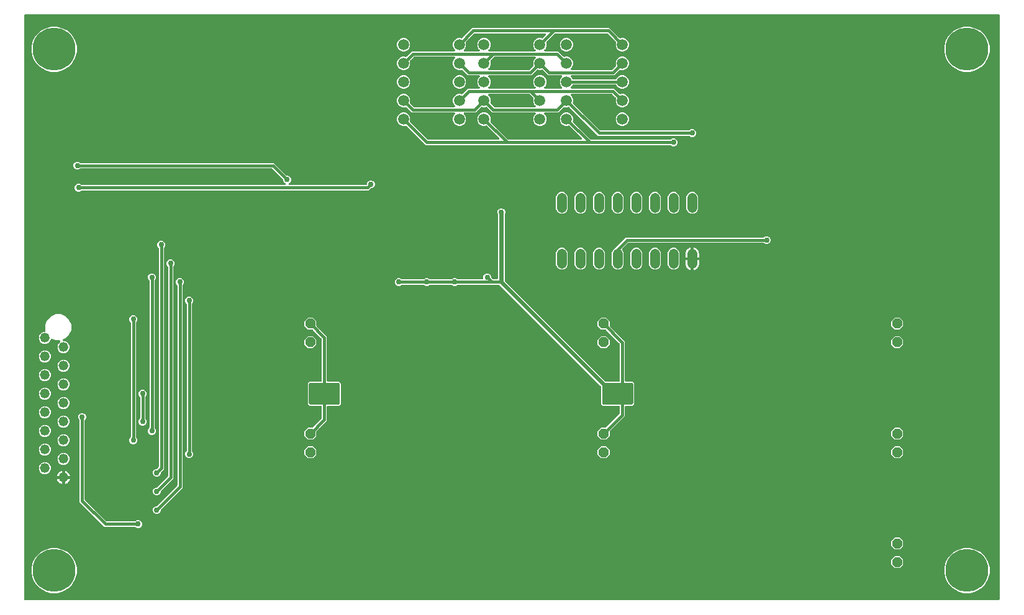
<source format=gbr>
G04 EAGLE Gerber RS-274X export*
G75*
%MOIN*%
%FSLAX34Y34*%
%LPD*%
%INBottom Copper*%
%IPPOS*%
%AMOC8*
5,1,8,0,0,1.08239X$1,22.5*%
G01*
%ADD10C,0.059055*%
%ADD11C,0.052000*%
%ADD12P,0.056284X8X292.500000*%
%ADD13C,0.230000*%
%ADD14C,0.052000*%
%ADD15C,0.029780*%
%ADD16C,0.016000*%
%ADD17C,0.024000*%

G36*
X52691Y401D02*
X52691Y401D01*
X52692Y401D01*
X52698Y402D01*
X52703Y402D01*
X52704Y403D01*
X52706Y403D01*
X52711Y405D01*
X52716Y407D01*
X52717Y408D01*
X52718Y408D01*
X52723Y411D01*
X52727Y414D01*
X52728Y415D01*
X52729Y416D01*
X52733Y420D01*
X52737Y424D01*
X52738Y425D01*
X52738Y426D01*
X52741Y431D01*
X52744Y436D01*
X52744Y437D01*
X52745Y438D01*
X52746Y444D01*
X52748Y449D01*
X52748Y450D01*
X52748Y452D01*
X52749Y460D01*
X52749Y31823D01*
X52749Y31825D01*
X52749Y31826D01*
X52748Y31832D01*
X52747Y31837D01*
X52747Y31838D01*
X52747Y31840D01*
X52745Y31845D01*
X52743Y31850D01*
X52742Y31851D01*
X52741Y31852D01*
X52738Y31857D01*
X52735Y31861D01*
X52734Y31862D01*
X52734Y31863D01*
X52729Y31867D01*
X52725Y31871D01*
X52724Y31871D01*
X52723Y31872D01*
X52718Y31875D01*
X52714Y31878D01*
X52712Y31878D01*
X52711Y31879D01*
X52706Y31880D01*
X52701Y31882D01*
X52699Y31882D01*
X52698Y31882D01*
X52690Y31883D01*
X460Y31883D01*
X459Y31883D01*
X457Y31883D01*
X452Y31882D01*
X446Y31881D01*
X445Y31881D01*
X444Y31880D01*
X439Y31878D01*
X434Y31877D01*
X433Y31876D01*
X431Y31875D01*
X427Y31872D01*
X422Y31869D01*
X421Y31868D01*
X420Y31867D01*
X417Y31863D01*
X413Y31859D01*
X412Y31858D01*
X411Y31857D01*
X409Y31852D01*
X406Y31847D01*
X405Y31846D01*
X405Y31845D01*
X403Y31840D01*
X402Y31834D01*
X402Y31833D01*
X401Y31832D01*
X401Y31823D01*
X401Y460D01*
X401Y459D01*
X401Y457D01*
X402Y452D01*
X402Y446D01*
X403Y445D01*
X403Y444D01*
X405Y439D01*
X407Y434D01*
X408Y433D01*
X408Y431D01*
X411Y427D01*
X414Y422D01*
X415Y421D01*
X416Y420D01*
X420Y417D01*
X424Y413D01*
X425Y412D01*
X426Y411D01*
X431Y409D01*
X436Y406D01*
X437Y405D01*
X438Y405D01*
X444Y403D01*
X449Y402D01*
X450Y402D01*
X452Y401D01*
X460Y401D01*
X52690Y401D01*
X52691Y401D01*
G37*
%LPC*%
G36*
X36208Y25290D02*
X36208Y25290D01*
X36131Y25322D01*
X36112Y25342D01*
X36107Y25345D01*
X36103Y25349D01*
X36102Y25349D01*
X36101Y25350D01*
X36096Y25353D01*
X36091Y25355D01*
X36090Y25356D01*
X36089Y25356D01*
X36083Y25357D01*
X36078Y25359D01*
X36076Y25359D01*
X36075Y25359D01*
X36074Y25359D01*
X36070Y25359D01*
X31192Y25359D01*
X29660Y26891D01*
X29657Y26893D01*
X29655Y26896D01*
X29652Y26898D01*
X29649Y26900D01*
X29646Y26901D01*
X29643Y26903D01*
X29640Y26904D01*
X29637Y26905D01*
X29633Y26906D01*
X29630Y26907D01*
X29627Y26908D01*
X29623Y26908D01*
X29620Y26908D01*
X29617Y26909D01*
X29613Y26908D01*
X29610Y26908D01*
X29606Y26907D01*
X29603Y26907D01*
X29598Y26905D01*
X29597Y26905D01*
X29596Y26904D01*
X29595Y26904D01*
X29571Y26894D01*
X29429Y26894D01*
X29405Y26904D01*
X29402Y26905D01*
X29399Y26906D01*
X29395Y26907D01*
X29392Y26908D01*
X29388Y26908D01*
X29385Y26908D01*
X29382Y26908D01*
X29378Y26908D01*
X29375Y26908D01*
X29371Y26908D01*
X29368Y26907D01*
X29365Y26906D01*
X29362Y26905D01*
X29358Y26904D01*
X29355Y26902D01*
X29352Y26900D01*
X29350Y26898D01*
X29347Y26897D01*
X29342Y26893D01*
X29341Y26892D01*
X29340Y26891D01*
X29158Y26709D01*
X29058Y26609D01*
X28362Y26609D01*
X28358Y26609D01*
X28354Y26609D01*
X28351Y26608D01*
X28349Y26608D01*
X28345Y26606D01*
X28341Y26605D01*
X28338Y26604D01*
X28336Y26603D01*
X28332Y26601D01*
X28329Y26599D01*
X28327Y26597D01*
X28324Y26596D01*
X28321Y26593D01*
X28318Y26590D01*
X28317Y26588D01*
X28315Y26586D01*
X28313Y26582D01*
X28310Y26579D01*
X28309Y26576D01*
X28308Y26574D01*
X28307Y26570D01*
X28305Y26566D01*
X28305Y26564D01*
X28304Y26561D01*
X28304Y26557D01*
X28303Y26553D01*
X28303Y26550D01*
X28303Y26547D01*
X28304Y26543D01*
X28304Y26539D01*
X28305Y26537D01*
X28305Y26534D01*
X28307Y26530D01*
X28308Y26526D01*
X28309Y26524D01*
X28310Y26521D01*
X28313Y26518D01*
X28315Y26514D01*
X28317Y26511D01*
X28318Y26510D01*
X28319Y26510D01*
X28320Y26508D01*
X28377Y26452D01*
X28431Y26321D01*
X28431Y26179D01*
X28377Y26048D01*
X28276Y25948D01*
X28146Y25894D01*
X28004Y25894D01*
X27873Y25948D01*
X27773Y26048D01*
X27719Y26179D01*
X27719Y26321D01*
X27773Y26452D01*
X27829Y26508D01*
X27832Y26511D01*
X27835Y26514D01*
X27836Y26517D01*
X27838Y26519D01*
X27840Y26522D01*
X27842Y26526D01*
X27843Y26529D01*
X27844Y26531D01*
X27845Y26535D01*
X27846Y26539D01*
X27846Y26542D01*
X27847Y26544D01*
X27846Y26549D01*
X27847Y26553D01*
X27846Y26555D01*
X27846Y26558D01*
X27845Y26562D01*
X27845Y26566D01*
X27843Y26569D01*
X27843Y26571D01*
X27841Y26575D01*
X27839Y26579D01*
X27838Y26581D01*
X27836Y26583D01*
X27834Y26586D01*
X27831Y26590D01*
X27829Y26592D01*
X27828Y26594D01*
X27824Y26596D01*
X27821Y26599D01*
X27819Y26600D01*
X27816Y26602D01*
X27813Y26603D01*
X27809Y26605D01*
X27806Y26606D01*
X27804Y26607D01*
X27800Y26608D01*
X27796Y26609D01*
X27792Y26609D01*
X27790Y26609D01*
X27789Y26609D01*
X27788Y26609D01*
X25517Y26609D01*
X25417Y26709D01*
X25235Y26891D01*
X25232Y26893D01*
X25230Y26896D01*
X25227Y26898D01*
X25224Y26900D01*
X25221Y26901D01*
X25218Y26903D01*
X25215Y26904D01*
X25212Y26905D01*
X25208Y26906D01*
X25205Y26907D01*
X25202Y26908D01*
X25198Y26908D01*
X25195Y26908D01*
X25191Y26909D01*
X25188Y26908D01*
X25185Y26908D01*
X25181Y26907D01*
X25178Y26907D01*
X25173Y26905D01*
X25171Y26905D01*
X25171Y26904D01*
X25170Y26904D01*
X25146Y26894D01*
X25004Y26894D01*
X24980Y26904D01*
X24976Y26905D01*
X24973Y26906D01*
X24970Y26907D01*
X24967Y26908D01*
X24963Y26908D01*
X24960Y26908D01*
X24956Y26908D01*
X24953Y26908D01*
X24950Y26908D01*
X24946Y26908D01*
X24943Y26907D01*
X24939Y26906D01*
X24936Y26905D01*
X24933Y26904D01*
X24930Y26902D01*
X24927Y26900D01*
X24924Y26898D01*
X24921Y26897D01*
X24917Y26893D01*
X24916Y26892D01*
X24915Y26891D01*
X24733Y26709D01*
X24633Y26609D01*
X24037Y26609D01*
X24033Y26609D01*
X24029Y26609D01*
X24026Y26608D01*
X24024Y26608D01*
X24020Y26606D01*
X24016Y26605D01*
X24014Y26604D01*
X24011Y26603D01*
X24007Y26601D01*
X24004Y26599D01*
X24002Y26597D01*
X23999Y26596D01*
X23997Y26593D01*
X23994Y26590D01*
X23992Y26588D01*
X23990Y26586D01*
X23988Y26582D01*
X23986Y26579D01*
X23985Y26576D01*
X23983Y26574D01*
X23982Y26570D01*
X23980Y26566D01*
X23980Y26564D01*
X23979Y26561D01*
X23979Y26557D01*
X23978Y26553D01*
X23978Y26550D01*
X23978Y26547D01*
X23979Y26543D01*
X23979Y26539D01*
X23980Y26537D01*
X23980Y26534D01*
X23982Y26530D01*
X23983Y26526D01*
X23984Y26524D01*
X23985Y26521D01*
X23988Y26518D01*
X23990Y26514D01*
X23993Y26511D01*
X23993Y26510D01*
X23994Y26510D01*
X23995Y26508D01*
X24052Y26452D01*
X24106Y26321D01*
X24106Y26179D01*
X24052Y26048D01*
X23952Y25948D01*
X23821Y25894D01*
X23679Y25894D01*
X23548Y25948D01*
X23448Y26048D01*
X23394Y26179D01*
X23394Y26321D01*
X23448Y26452D01*
X23505Y26508D01*
X23507Y26511D01*
X23510Y26514D01*
X23511Y26517D01*
X23513Y26519D01*
X23515Y26522D01*
X23517Y26526D01*
X23518Y26529D01*
X23519Y26531D01*
X23520Y26535D01*
X23521Y26539D01*
X23521Y26542D01*
X23522Y26544D01*
X23522Y26549D01*
X23522Y26553D01*
X23521Y26555D01*
X23521Y26558D01*
X23520Y26562D01*
X23520Y26566D01*
X23519Y26569D01*
X23518Y26571D01*
X23516Y26575D01*
X23515Y26579D01*
X23513Y26581D01*
X23512Y26583D01*
X23509Y26586D01*
X23507Y26590D01*
X23505Y26592D01*
X23503Y26594D01*
X23499Y26596D01*
X23496Y26599D01*
X23494Y26600D01*
X23492Y26602D01*
X23488Y26603D01*
X23484Y26605D01*
X23482Y26606D01*
X23479Y26607D01*
X23475Y26608D01*
X23471Y26609D01*
X23467Y26609D01*
X23466Y26609D01*
X23465Y26609D01*
X23463Y26609D01*
X21192Y26609D01*
X21092Y26709D01*
X20910Y26891D01*
X20907Y26893D01*
X20905Y26896D01*
X20902Y26898D01*
X20899Y26900D01*
X20896Y26901D01*
X20893Y26903D01*
X20890Y26904D01*
X20887Y26905D01*
X20883Y26906D01*
X20880Y26907D01*
X20877Y26908D01*
X20873Y26908D01*
X20870Y26908D01*
X20867Y26909D01*
X20863Y26908D01*
X20860Y26908D01*
X20856Y26907D01*
X20853Y26907D01*
X20848Y26905D01*
X20847Y26905D01*
X20846Y26904D01*
X20845Y26904D01*
X20821Y26894D01*
X20679Y26894D01*
X20548Y26948D01*
X20448Y27048D01*
X20394Y27179D01*
X20394Y27321D01*
X20448Y27452D01*
X20548Y27552D01*
X20679Y27606D01*
X20821Y27606D01*
X20952Y27552D01*
X21052Y27452D01*
X21106Y27321D01*
X21106Y27179D01*
X21096Y27155D01*
X21095Y27152D01*
X21094Y27149D01*
X21093Y27145D01*
X21092Y27142D01*
X21092Y27138D01*
X21092Y27135D01*
X21092Y27132D01*
X21092Y27128D01*
X21092Y27125D01*
X21092Y27121D01*
X21093Y27118D01*
X21094Y27115D01*
X21095Y27112D01*
X21096Y27108D01*
X21098Y27105D01*
X21100Y27102D01*
X21102Y27100D01*
X21103Y27097D01*
X21107Y27092D01*
X21108Y27091D01*
X21109Y27090D01*
X21291Y26908D01*
X21295Y26905D01*
X21299Y26901D01*
X21300Y26901D01*
X21302Y26900D01*
X21306Y26897D01*
X21311Y26895D01*
X21313Y26894D01*
X21314Y26894D01*
X21319Y26893D01*
X21324Y26891D01*
X21326Y26891D01*
X21327Y26891D01*
X21329Y26891D01*
X21333Y26891D01*
X23463Y26891D01*
X23467Y26891D01*
X23471Y26891D01*
X23474Y26892D01*
X23476Y26892D01*
X23480Y26894D01*
X23484Y26895D01*
X23486Y26896D01*
X23489Y26897D01*
X23493Y26899D01*
X23496Y26901D01*
X23498Y26903D01*
X23501Y26904D01*
X23503Y26907D01*
X23506Y26910D01*
X23508Y26912D01*
X23510Y26914D01*
X23512Y26918D01*
X23514Y26921D01*
X23515Y26924D01*
X23517Y26926D01*
X23518Y26930D01*
X23520Y26934D01*
X23520Y26936D01*
X23521Y26939D01*
X23521Y26943D01*
X23522Y26947D01*
X23522Y26950D01*
X23522Y26953D01*
X23521Y26957D01*
X23521Y26961D01*
X23520Y26963D01*
X23520Y26966D01*
X23518Y26970D01*
X23517Y26974D01*
X23516Y26976D01*
X23515Y26979D01*
X23512Y26982D01*
X23510Y26986D01*
X23507Y26989D01*
X23507Y26990D01*
X23506Y26990D01*
X23505Y26992D01*
X23448Y27048D01*
X23394Y27179D01*
X23394Y27321D01*
X23448Y27452D01*
X23548Y27552D01*
X23679Y27606D01*
X23821Y27606D01*
X23845Y27596D01*
X23848Y27595D01*
X23851Y27594D01*
X23855Y27593D01*
X23858Y27592D01*
X23862Y27592D01*
X23865Y27592D01*
X23868Y27592D01*
X23872Y27592D01*
X23875Y27592D01*
X23879Y27592D01*
X23882Y27593D01*
X23885Y27594D01*
X23888Y27595D01*
X23892Y27596D01*
X23895Y27598D01*
X23898Y27600D01*
X23900Y27602D01*
X23903Y27603D01*
X23908Y27607D01*
X23909Y27608D01*
X23910Y27609D01*
X24192Y27891D01*
X24788Y27891D01*
X24792Y27891D01*
X24796Y27891D01*
X24798Y27892D01*
X24801Y27892D01*
X24805Y27894D01*
X24809Y27895D01*
X24811Y27896D01*
X24814Y27897D01*
X24817Y27899D01*
X24821Y27901D01*
X24823Y27903D01*
X24825Y27904D01*
X24828Y27907D01*
X24831Y27910D01*
X24833Y27912D01*
X24835Y27914D01*
X24837Y27918D01*
X24839Y27921D01*
X24840Y27924D01*
X24842Y27926D01*
X24843Y27930D01*
X24844Y27934D01*
X24845Y27936D01*
X24846Y27939D01*
X24846Y27943D01*
X24847Y27947D01*
X24847Y27950D01*
X24847Y27953D01*
X24846Y27957D01*
X24846Y27961D01*
X24845Y27963D01*
X24845Y27966D01*
X24843Y27970D01*
X24842Y27974D01*
X24840Y27976D01*
X24839Y27979D01*
X24837Y27982D01*
X24835Y27986D01*
X24832Y27989D01*
X24831Y27990D01*
X24829Y27992D01*
X24773Y28048D01*
X24719Y28179D01*
X24719Y28321D01*
X24773Y28452D01*
X24829Y28508D01*
X24832Y28511D01*
X24835Y28514D01*
X24836Y28517D01*
X24838Y28519D01*
X24840Y28522D01*
X24842Y28526D01*
X24843Y28529D01*
X24844Y28531D01*
X24845Y28535D01*
X24846Y28539D01*
X24846Y28542D01*
X24847Y28544D01*
X24846Y28549D01*
X24847Y28553D01*
X24846Y28555D01*
X24846Y28558D01*
X24845Y28562D01*
X24845Y28566D01*
X24843Y28569D01*
X24843Y28571D01*
X24841Y28575D01*
X24839Y28579D01*
X24838Y28581D01*
X24836Y28583D01*
X24834Y28586D01*
X24831Y28590D01*
X24829Y28592D01*
X24828Y28594D01*
X24824Y28596D01*
X24821Y28599D01*
X24819Y28600D01*
X24816Y28602D01*
X24813Y28603D01*
X24809Y28605D01*
X24806Y28606D01*
X24804Y28607D01*
X24800Y28608D01*
X24796Y28609D01*
X24792Y28609D01*
X24790Y28609D01*
X24789Y28609D01*
X24788Y28609D01*
X24192Y28609D01*
X23910Y28891D01*
X23907Y28893D01*
X23905Y28896D01*
X23902Y28898D01*
X23899Y28900D01*
X23896Y28901D01*
X23893Y28903D01*
X23890Y28904D01*
X23887Y28905D01*
X23883Y28906D01*
X23880Y28907D01*
X23877Y28908D01*
X23873Y28908D01*
X23870Y28908D01*
X23867Y28909D01*
X23863Y28908D01*
X23860Y28908D01*
X23856Y28907D01*
X23853Y28907D01*
X23848Y28905D01*
X23847Y28905D01*
X23846Y28904D01*
X23845Y28904D01*
X23821Y28894D01*
X23679Y28894D01*
X23548Y28948D01*
X23448Y29048D01*
X23394Y29179D01*
X23394Y29321D01*
X23448Y29452D01*
X23505Y29508D01*
X23507Y29511D01*
X23510Y29514D01*
X23511Y29517D01*
X23513Y29519D01*
X23515Y29522D01*
X23517Y29526D01*
X23518Y29529D01*
X23519Y29531D01*
X23520Y29535D01*
X23521Y29539D01*
X23521Y29542D01*
X23522Y29544D01*
X23522Y29549D01*
X23522Y29553D01*
X23521Y29555D01*
X23521Y29558D01*
X23520Y29562D01*
X23520Y29566D01*
X23519Y29569D01*
X23518Y29571D01*
X23516Y29575D01*
X23515Y29579D01*
X23513Y29581D01*
X23512Y29583D01*
X23509Y29586D01*
X23507Y29590D01*
X23505Y29592D01*
X23503Y29594D01*
X23499Y29596D01*
X23496Y29599D01*
X23494Y29600D01*
X23492Y29602D01*
X23488Y29603D01*
X23484Y29605D01*
X23482Y29606D01*
X23479Y29607D01*
X23475Y29608D01*
X23471Y29609D01*
X23467Y29609D01*
X23466Y29609D01*
X23465Y29609D01*
X23463Y29609D01*
X21333Y29609D01*
X21328Y29609D01*
X21322Y29608D01*
X21321Y29608D01*
X21319Y29608D01*
X21314Y29606D01*
X21309Y29604D01*
X21308Y29604D01*
X21306Y29603D01*
X21302Y29600D01*
X21297Y29597D01*
X21296Y29596D01*
X21295Y29596D01*
X21294Y29595D01*
X21291Y29592D01*
X21109Y29410D01*
X21107Y29407D01*
X21104Y29405D01*
X21102Y29402D01*
X21100Y29399D01*
X21099Y29396D01*
X21097Y29393D01*
X21096Y29390D01*
X21095Y29387D01*
X21094Y29383D01*
X21093Y29380D01*
X21092Y29377D01*
X21092Y29373D01*
X21092Y29370D01*
X21091Y29367D01*
X21092Y29363D01*
X21092Y29360D01*
X21093Y29356D01*
X21093Y29353D01*
X21095Y29348D01*
X21095Y29347D01*
X21096Y29346D01*
X21096Y29345D01*
X21106Y29321D01*
X21106Y29179D01*
X21052Y29048D01*
X20952Y28948D01*
X20821Y28894D01*
X20679Y28894D01*
X20548Y28948D01*
X20448Y29048D01*
X20394Y29179D01*
X20394Y29321D01*
X20448Y29452D01*
X20548Y29552D01*
X20679Y29606D01*
X20821Y29606D01*
X20845Y29596D01*
X20848Y29595D01*
X20851Y29594D01*
X20855Y29593D01*
X20858Y29592D01*
X20862Y29592D01*
X20865Y29592D01*
X20868Y29592D01*
X20872Y29592D01*
X20875Y29592D01*
X20879Y29592D01*
X20882Y29593D01*
X20885Y29594D01*
X20888Y29595D01*
X20892Y29596D01*
X20895Y29598D01*
X20898Y29600D01*
X20900Y29602D01*
X20903Y29603D01*
X20908Y29607D01*
X20909Y29608D01*
X20910Y29609D01*
X21092Y29791D01*
X21192Y29891D01*
X23463Y29891D01*
X23467Y29891D01*
X23471Y29891D01*
X23474Y29892D01*
X23476Y29892D01*
X23480Y29894D01*
X23484Y29895D01*
X23486Y29896D01*
X23489Y29897D01*
X23493Y29899D01*
X23496Y29901D01*
X23498Y29903D01*
X23501Y29904D01*
X23503Y29907D01*
X23506Y29910D01*
X23508Y29912D01*
X23510Y29914D01*
X23512Y29918D01*
X23514Y29921D01*
X23515Y29924D01*
X23517Y29926D01*
X23518Y29930D01*
X23520Y29934D01*
X23520Y29936D01*
X23521Y29939D01*
X23521Y29943D01*
X23522Y29947D01*
X23522Y29950D01*
X23522Y29953D01*
X23521Y29957D01*
X23521Y29961D01*
X23520Y29963D01*
X23520Y29966D01*
X23518Y29970D01*
X23517Y29974D01*
X23516Y29976D01*
X23515Y29979D01*
X23512Y29982D01*
X23510Y29986D01*
X23507Y29989D01*
X23507Y29990D01*
X23506Y29990D01*
X23505Y29992D01*
X23448Y30048D01*
X23394Y30179D01*
X23394Y30321D01*
X23448Y30452D01*
X23548Y30552D01*
X23679Y30606D01*
X23821Y30606D01*
X23845Y30596D01*
X23848Y30595D01*
X23851Y30594D01*
X23855Y30593D01*
X23858Y30592D01*
X23862Y30592D01*
X23865Y30592D01*
X23868Y30592D01*
X23872Y30592D01*
X23875Y30592D01*
X23879Y30592D01*
X23882Y30593D01*
X23885Y30594D01*
X23888Y30595D01*
X23892Y30596D01*
X23895Y30598D01*
X23898Y30600D01*
X23900Y30602D01*
X23903Y30603D01*
X23908Y30607D01*
X23909Y30608D01*
X23910Y30609D01*
X24342Y31041D01*
X24442Y31141D01*
X31808Y31141D01*
X32340Y30609D01*
X32343Y30607D01*
X32345Y30604D01*
X32348Y30602D01*
X32351Y30600D01*
X32354Y30599D01*
X32357Y30597D01*
X32360Y30596D01*
X32363Y30595D01*
X32367Y30594D01*
X32370Y30593D01*
X32373Y30592D01*
X32377Y30592D01*
X32380Y30592D01*
X32383Y30591D01*
X32387Y30592D01*
X32390Y30592D01*
X32394Y30593D01*
X32397Y30593D01*
X32402Y30595D01*
X32403Y30595D01*
X32404Y30596D01*
X32405Y30596D01*
X32429Y30606D01*
X32571Y30606D01*
X32702Y30552D01*
X32802Y30452D01*
X32856Y30321D01*
X32856Y30179D01*
X32802Y30048D01*
X32702Y29948D01*
X32571Y29894D01*
X32429Y29894D01*
X32298Y29948D01*
X32198Y30048D01*
X32144Y30179D01*
X32144Y30321D01*
X32154Y30345D01*
X32155Y30348D01*
X32156Y30351D01*
X32157Y30355D01*
X32158Y30358D01*
X32158Y30362D01*
X32158Y30365D01*
X32158Y30368D01*
X32158Y30372D01*
X32158Y30375D01*
X32158Y30379D01*
X32157Y30382D01*
X32156Y30385D01*
X32155Y30388D01*
X32154Y30392D01*
X32152Y30395D01*
X32150Y30398D01*
X32148Y30400D01*
X32147Y30403D01*
X32143Y30408D01*
X32142Y30409D01*
X32141Y30410D01*
X31709Y30842D01*
X31705Y30845D01*
X31701Y30849D01*
X31700Y30849D01*
X31698Y30850D01*
X31694Y30853D01*
X31689Y30855D01*
X31687Y30856D01*
X31686Y30856D01*
X31681Y30857D01*
X31676Y30859D01*
X31674Y30859D01*
X31673Y30859D01*
X31671Y30859D01*
X31667Y30859D01*
X28908Y30859D01*
X28902Y30859D01*
X28897Y30858D01*
X28896Y30858D01*
X28894Y30858D01*
X28889Y30856D01*
X28884Y30854D01*
X28883Y30854D01*
X28881Y30853D01*
X28877Y30850D01*
X28872Y30847D01*
X28871Y30846D01*
X28870Y30846D01*
X28869Y30845D01*
X28866Y30842D01*
X28434Y30410D01*
X28432Y30407D01*
X28429Y30405D01*
X28427Y30402D01*
X28425Y30399D01*
X28424Y30396D01*
X28422Y30393D01*
X28421Y30390D01*
X28419Y30387D01*
X28419Y30383D01*
X28418Y30380D01*
X28417Y30377D01*
X28416Y30373D01*
X28417Y30370D01*
X28416Y30367D01*
X28417Y30363D01*
X28417Y30360D01*
X28418Y30356D01*
X28418Y30353D01*
X28420Y30348D01*
X28420Y30347D01*
X28420Y30346D01*
X28421Y30345D01*
X28431Y30321D01*
X28431Y30179D01*
X28377Y30048D01*
X28320Y29992D01*
X28318Y29989D01*
X28315Y29986D01*
X28313Y29983D01*
X28312Y29981D01*
X28310Y29978D01*
X28308Y29974D01*
X28307Y29971D01*
X28306Y29969D01*
X28305Y29965D01*
X28304Y29961D01*
X28304Y29958D01*
X28303Y29956D01*
X28303Y29951D01*
X28303Y29947D01*
X28303Y29945D01*
X28303Y29942D01*
X28304Y29938D01*
X28305Y29934D01*
X28306Y29931D01*
X28307Y29929D01*
X28309Y29925D01*
X28310Y29921D01*
X28312Y29919D01*
X28313Y29917D01*
X28316Y29914D01*
X28318Y29910D01*
X28320Y29908D01*
X28322Y29906D01*
X28325Y29904D01*
X28328Y29901D01*
X28331Y29900D01*
X28333Y29898D01*
X28337Y29897D01*
X28340Y29895D01*
X28343Y29894D01*
X28346Y29893D01*
X28350Y29892D01*
X28354Y29891D01*
X28358Y29891D01*
X28359Y29891D01*
X28360Y29891D01*
X28362Y29891D01*
X29058Y29891D01*
X29158Y29791D01*
X29340Y29609D01*
X29343Y29607D01*
X29345Y29604D01*
X29348Y29602D01*
X29351Y29600D01*
X29354Y29599D01*
X29357Y29597D01*
X29360Y29596D01*
X29363Y29595D01*
X29367Y29594D01*
X29370Y29593D01*
X29373Y29592D01*
X29377Y29592D01*
X29380Y29592D01*
X29383Y29591D01*
X29387Y29592D01*
X29390Y29592D01*
X29394Y29593D01*
X29397Y29593D01*
X29402Y29595D01*
X29403Y29595D01*
X29404Y29596D01*
X29405Y29596D01*
X29429Y29606D01*
X29571Y29606D01*
X29702Y29552D01*
X29802Y29452D01*
X29856Y29321D01*
X29856Y29179D01*
X29802Y29048D01*
X29745Y28992D01*
X29743Y28989D01*
X29740Y28986D01*
X29739Y28983D01*
X29737Y28981D01*
X29735Y28978D01*
X29733Y28974D01*
X29732Y28971D01*
X29731Y28969D01*
X29730Y28965D01*
X29729Y28961D01*
X29729Y28958D01*
X29728Y28956D01*
X29728Y28951D01*
X29728Y28947D01*
X29729Y28945D01*
X29729Y28942D01*
X29730Y28938D01*
X29730Y28934D01*
X29731Y28931D01*
X29732Y28929D01*
X29734Y28925D01*
X29735Y28921D01*
X29737Y28919D01*
X29738Y28917D01*
X29741Y28914D01*
X29743Y28910D01*
X29745Y28908D01*
X29747Y28906D01*
X29751Y28904D01*
X29754Y28901D01*
X29756Y28900D01*
X29758Y28898D01*
X29762Y28897D01*
X29766Y28895D01*
X29768Y28894D01*
X29771Y28893D01*
X29775Y28892D01*
X29779Y28891D01*
X29783Y28891D01*
X29784Y28891D01*
X29785Y28891D01*
X29787Y28891D01*
X31917Y28891D01*
X31922Y28891D01*
X31928Y28892D01*
X31929Y28892D01*
X31931Y28892D01*
X31936Y28894D01*
X31941Y28896D01*
X31942Y28896D01*
X31944Y28897D01*
X31948Y28900D01*
X31953Y28903D01*
X31954Y28904D01*
X31955Y28904D01*
X31956Y28905D01*
X31959Y28908D01*
X32141Y29090D01*
X32143Y29093D01*
X32146Y29095D01*
X32148Y29098D01*
X32150Y29101D01*
X32151Y29104D01*
X32153Y29107D01*
X32154Y29110D01*
X32155Y29113D01*
X32156Y29117D01*
X32157Y29120D01*
X32158Y29123D01*
X32158Y29127D01*
X32158Y29130D01*
X32159Y29133D01*
X32158Y29137D01*
X32158Y29140D01*
X32157Y29144D01*
X32157Y29147D01*
X32155Y29152D01*
X32155Y29153D01*
X32154Y29154D01*
X32154Y29155D01*
X32144Y29179D01*
X32144Y29321D01*
X32198Y29452D01*
X32298Y29552D01*
X32429Y29606D01*
X32571Y29606D01*
X32702Y29552D01*
X32802Y29452D01*
X32856Y29321D01*
X32856Y29179D01*
X32802Y29048D01*
X32702Y28948D01*
X32571Y28894D01*
X32429Y28894D01*
X32405Y28904D01*
X32402Y28905D01*
X32399Y28906D01*
X32395Y28907D01*
X32392Y28908D01*
X32388Y28908D01*
X32385Y28908D01*
X32382Y28908D01*
X32378Y28908D01*
X32375Y28908D01*
X32371Y28908D01*
X32368Y28907D01*
X32365Y28906D01*
X32362Y28905D01*
X32358Y28904D01*
X32355Y28902D01*
X32352Y28900D01*
X32350Y28898D01*
X32347Y28897D01*
X32342Y28893D01*
X32341Y28892D01*
X32340Y28891D01*
X32158Y28709D01*
X32058Y28609D01*
X29787Y28609D01*
X29783Y28609D01*
X29779Y28609D01*
X29776Y28608D01*
X29774Y28608D01*
X29770Y28606D01*
X29766Y28605D01*
X29764Y28604D01*
X29761Y28603D01*
X29757Y28601D01*
X29754Y28599D01*
X29752Y28597D01*
X29749Y28596D01*
X29747Y28593D01*
X29744Y28590D01*
X29742Y28588D01*
X29740Y28586D01*
X29738Y28582D01*
X29736Y28579D01*
X29735Y28576D01*
X29733Y28574D01*
X29732Y28570D01*
X29730Y28566D01*
X29730Y28564D01*
X29729Y28561D01*
X29729Y28557D01*
X29728Y28553D01*
X29728Y28550D01*
X29728Y28547D01*
X29729Y28543D01*
X29729Y28539D01*
X29730Y28537D01*
X29730Y28534D01*
X29732Y28530D01*
X29733Y28526D01*
X29734Y28524D01*
X29735Y28521D01*
X29738Y28518D01*
X29740Y28514D01*
X29743Y28511D01*
X29743Y28510D01*
X29744Y28510D01*
X29745Y28508D01*
X29802Y28452D01*
X29812Y28427D01*
X29814Y28424D01*
X29815Y28421D01*
X29817Y28418D01*
X29819Y28415D01*
X29821Y28413D01*
X29823Y28410D01*
X29825Y28408D01*
X29828Y28405D01*
X29830Y28403D01*
X29833Y28401D01*
X29836Y28400D01*
X29839Y28398D01*
X29842Y28396D01*
X29845Y28395D01*
X29848Y28394D01*
X29852Y28393D01*
X29855Y28392D01*
X29858Y28391D01*
X29864Y28391D01*
X29865Y28391D01*
X29866Y28391D01*
X29867Y28391D01*
X32133Y28391D01*
X32137Y28391D01*
X32140Y28391D01*
X32143Y28392D01*
X32147Y28392D01*
X32150Y28393D01*
X32153Y28394D01*
X32156Y28396D01*
X32160Y28397D01*
X32163Y28399D01*
X32166Y28400D01*
X32168Y28402D01*
X32171Y28404D01*
X32173Y28407D01*
X32176Y28409D01*
X32178Y28412D01*
X32181Y28414D01*
X32182Y28417D01*
X32184Y28420D01*
X32187Y28425D01*
X32188Y28426D01*
X32188Y28427D01*
X32198Y28452D01*
X32298Y28552D01*
X32429Y28606D01*
X32571Y28606D01*
X32702Y28552D01*
X32802Y28452D01*
X32856Y28321D01*
X32856Y28179D01*
X32802Y28048D01*
X32702Y27948D01*
X32571Y27894D01*
X32429Y27894D01*
X32298Y27948D01*
X32198Y28048D01*
X32188Y28073D01*
X32186Y28076D01*
X32185Y28079D01*
X32183Y28082D01*
X32181Y28085D01*
X32179Y28087D01*
X32177Y28090D01*
X32175Y28092D01*
X32172Y28095D01*
X32170Y28097D01*
X32167Y28099D01*
X32164Y28100D01*
X32161Y28102D01*
X32158Y28104D01*
X32155Y28105D01*
X32152Y28106D01*
X32148Y28107D01*
X32145Y28108D01*
X32142Y28109D01*
X32136Y28109D01*
X32135Y28109D01*
X32134Y28109D01*
X32133Y28109D01*
X29867Y28109D01*
X29863Y28109D01*
X29860Y28109D01*
X29857Y28108D01*
X29853Y28108D01*
X29850Y28107D01*
X29847Y28106D01*
X29844Y28104D01*
X29840Y28103D01*
X29837Y28101D01*
X29834Y28100D01*
X29832Y28098D01*
X29829Y28096D01*
X29827Y28093D01*
X29824Y28091D01*
X29822Y28088D01*
X29819Y28086D01*
X29818Y28083D01*
X29816Y28080D01*
X29813Y28075D01*
X29812Y28074D01*
X29812Y28073D01*
X29802Y28048D01*
X29745Y27992D01*
X29743Y27989D01*
X29740Y27986D01*
X29739Y27983D01*
X29737Y27981D01*
X29735Y27978D01*
X29733Y27974D01*
X29732Y27971D01*
X29731Y27969D01*
X29730Y27965D01*
X29729Y27961D01*
X29729Y27958D01*
X29728Y27956D01*
X29728Y27951D01*
X29728Y27947D01*
X29729Y27945D01*
X29729Y27942D01*
X29730Y27938D01*
X29730Y27934D01*
X29731Y27931D01*
X29732Y27929D01*
X29734Y27925D01*
X29735Y27921D01*
X29737Y27919D01*
X29738Y27917D01*
X29741Y27914D01*
X29743Y27910D01*
X29745Y27908D01*
X29747Y27906D01*
X29751Y27904D01*
X29754Y27901D01*
X29756Y27900D01*
X29758Y27898D01*
X29762Y27897D01*
X29766Y27895D01*
X29768Y27894D01*
X29771Y27893D01*
X29775Y27892D01*
X29779Y27891D01*
X29783Y27891D01*
X29784Y27891D01*
X29785Y27891D01*
X29787Y27891D01*
X32058Y27891D01*
X32158Y27791D01*
X32340Y27609D01*
X32343Y27607D01*
X32345Y27604D01*
X32348Y27602D01*
X32351Y27600D01*
X32354Y27599D01*
X32357Y27597D01*
X32360Y27596D01*
X32363Y27595D01*
X32367Y27594D01*
X32370Y27593D01*
X32373Y27592D01*
X32377Y27592D01*
X32380Y27592D01*
X32383Y27591D01*
X32387Y27592D01*
X32390Y27592D01*
X32394Y27593D01*
X32397Y27593D01*
X32402Y27595D01*
X32403Y27595D01*
X32404Y27596D01*
X32405Y27596D01*
X32429Y27606D01*
X32571Y27606D01*
X32702Y27552D01*
X32802Y27452D01*
X32856Y27321D01*
X32856Y27179D01*
X32802Y27048D01*
X32702Y26948D01*
X32571Y26894D01*
X32429Y26894D01*
X32298Y26948D01*
X32198Y27048D01*
X32144Y27179D01*
X32144Y27321D01*
X32154Y27345D01*
X32155Y27348D01*
X32156Y27351D01*
X32157Y27355D01*
X32158Y27358D01*
X32158Y27362D01*
X32158Y27365D01*
X32158Y27368D01*
X32158Y27372D01*
X32158Y27375D01*
X32158Y27379D01*
X32157Y27382D01*
X32156Y27385D01*
X32155Y27388D01*
X32154Y27392D01*
X32152Y27395D01*
X32150Y27398D01*
X32148Y27400D01*
X32147Y27403D01*
X32143Y27408D01*
X32142Y27409D01*
X32141Y27410D01*
X31959Y27592D01*
X31955Y27595D01*
X31951Y27599D01*
X31950Y27599D01*
X31948Y27600D01*
X31944Y27603D01*
X31939Y27605D01*
X31937Y27606D01*
X31936Y27606D01*
X31931Y27607D01*
X31926Y27609D01*
X31924Y27609D01*
X31923Y27609D01*
X31921Y27609D01*
X31917Y27609D01*
X29787Y27609D01*
X29783Y27609D01*
X29779Y27609D01*
X29776Y27608D01*
X29774Y27608D01*
X29770Y27606D01*
X29766Y27605D01*
X29764Y27604D01*
X29761Y27603D01*
X29757Y27601D01*
X29754Y27599D01*
X29752Y27597D01*
X29749Y27596D01*
X29747Y27593D01*
X29744Y27590D01*
X29742Y27588D01*
X29740Y27586D01*
X29738Y27582D01*
X29736Y27579D01*
X29735Y27576D01*
X29733Y27574D01*
X29732Y27570D01*
X29730Y27566D01*
X29730Y27564D01*
X29729Y27561D01*
X29729Y27557D01*
X29728Y27553D01*
X29728Y27550D01*
X29728Y27547D01*
X29729Y27543D01*
X29729Y27539D01*
X29730Y27537D01*
X29730Y27534D01*
X29732Y27530D01*
X29733Y27526D01*
X29734Y27524D01*
X29735Y27521D01*
X29738Y27518D01*
X29740Y27514D01*
X29743Y27511D01*
X29743Y27510D01*
X29744Y27510D01*
X29745Y27508D01*
X29802Y27452D01*
X29856Y27321D01*
X29856Y27179D01*
X29846Y27155D01*
X29845Y27152D01*
X29844Y27149D01*
X29843Y27145D01*
X29842Y27142D01*
X29842Y27138D01*
X29842Y27135D01*
X29842Y27132D01*
X29842Y27128D01*
X29842Y27125D01*
X29842Y27121D01*
X29843Y27118D01*
X29844Y27115D01*
X29845Y27112D01*
X29846Y27108D01*
X29848Y27105D01*
X29850Y27102D01*
X29852Y27100D01*
X29853Y27097D01*
X29857Y27092D01*
X29858Y27091D01*
X29859Y27090D01*
X31291Y25658D01*
X31295Y25655D01*
X31299Y25651D01*
X31300Y25651D01*
X31302Y25650D01*
X31306Y25647D01*
X31311Y25645D01*
X31313Y25644D01*
X31314Y25644D01*
X31319Y25643D01*
X31324Y25641D01*
X31326Y25641D01*
X31327Y25641D01*
X31329Y25641D01*
X31333Y25641D01*
X36070Y25641D01*
X36075Y25641D01*
X36080Y25642D01*
X36082Y25642D01*
X36083Y25642D01*
X36088Y25644D01*
X36093Y25646D01*
X36095Y25646D01*
X36096Y25647D01*
X36101Y25650D01*
X36105Y25653D01*
X36107Y25654D01*
X36108Y25654D01*
X36108Y25655D01*
X36109Y25656D01*
X36112Y25658D01*
X36131Y25678D01*
X36208Y25710D01*
X36292Y25710D01*
X36369Y25678D01*
X36428Y25619D01*
X36460Y25542D01*
X36460Y25458D01*
X36428Y25381D01*
X36369Y25322D01*
X36292Y25290D01*
X36208Y25290D01*
G37*
%LPD*%
%LPC*%
G36*
X31363Y9038D02*
X31363Y9038D01*
X31175Y9225D01*
X31175Y9491D01*
X31363Y9679D01*
X31593Y9679D01*
X31599Y9680D01*
X31604Y9680D01*
X31605Y9680D01*
X31607Y9681D01*
X31612Y9682D01*
X31617Y9684D01*
X31618Y9685D01*
X31620Y9685D01*
X31624Y9688D01*
X31629Y9691D01*
X31630Y9692D01*
X31631Y9693D01*
X31632Y9694D01*
X31635Y9696D01*
X32342Y10403D01*
X32345Y10407D01*
X32349Y10411D01*
X32349Y10413D01*
X32350Y10414D01*
X32353Y10419D01*
X32355Y10423D01*
X32356Y10425D01*
X32356Y10426D01*
X32357Y10431D01*
X32359Y10437D01*
X32359Y10439D01*
X32359Y10440D01*
X32359Y10441D01*
X32359Y10445D01*
X32359Y10800D01*
X32359Y10801D01*
X32359Y10803D01*
X32358Y10808D01*
X32358Y10814D01*
X32357Y10815D01*
X32357Y10816D01*
X32355Y10821D01*
X32353Y10826D01*
X32352Y10827D01*
X32352Y10829D01*
X32349Y10833D01*
X32346Y10838D01*
X32345Y10839D01*
X32344Y10840D01*
X32340Y10843D01*
X32336Y10847D01*
X32335Y10848D01*
X32334Y10849D01*
X32329Y10851D01*
X32324Y10854D01*
X32323Y10855D01*
X32322Y10855D01*
X32316Y10857D01*
X32311Y10858D01*
X32310Y10858D01*
X32308Y10859D01*
X32300Y10859D01*
X31442Y10859D01*
X31359Y10942D01*
X31359Y11861D01*
X31359Y11866D01*
X31358Y11871D01*
X31358Y11873D01*
X31358Y11874D01*
X31356Y11879D01*
X31354Y11884D01*
X31354Y11886D01*
X31353Y11887D01*
X31350Y11891D01*
X31347Y11896D01*
X31346Y11898D01*
X31345Y11899D01*
X31342Y11902D01*
X25906Y17338D01*
X25902Y17342D01*
X25898Y17345D01*
X25894Y17349D01*
X25893Y17349D01*
X25892Y17350D01*
X25887Y17353D01*
X25882Y17355D01*
X25881Y17356D01*
X25879Y17356D01*
X25874Y17357D01*
X25869Y17359D01*
X25867Y17359D01*
X25866Y17359D01*
X25865Y17359D01*
X25861Y17359D01*
X23680Y17359D01*
X23675Y17359D01*
X23670Y17358D01*
X23668Y17358D01*
X23667Y17358D01*
X23662Y17356D01*
X23657Y17354D01*
X23655Y17354D01*
X23654Y17353D01*
X23649Y17350D01*
X23645Y17347D01*
X23643Y17346D01*
X23642Y17346D01*
X23641Y17345D01*
X23638Y17342D01*
X23619Y17322D01*
X23542Y17290D01*
X23458Y17290D01*
X23381Y17322D01*
X23362Y17342D01*
X23357Y17345D01*
X23353Y17349D01*
X23352Y17349D01*
X23351Y17350D01*
X23346Y17353D01*
X23341Y17355D01*
X23340Y17356D01*
X23339Y17356D01*
X23333Y17357D01*
X23328Y17359D01*
X23326Y17359D01*
X23325Y17359D01*
X23324Y17359D01*
X23320Y17359D01*
X22180Y17359D01*
X22175Y17359D01*
X22170Y17358D01*
X22168Y17358D01*
X22167Y17358D01*
X22162Y17356D01*
X22157Y17354D01*
X22155Y17354D01*
X22154Y17353D01*
X22149Y17350D01*
X22145Y17347D01*
X22143Y17346D01*
X22142Y17346D01*
X22141Y17345D01*
X22138Y17342D01*
X22119Y17322D01*
X22042Y17290D01*
X21958Y17290D01*
X21881Y17322D01*
X21862Y17342D01*
X21857Y17345D01*
X21853Y17349D01*
X21852Y17349D01*
X21851Y17350D01*
X21846Y17353D01*
X21841Y17355D01*
X21840Y17356D01*
X21839Y17356D01*
X21833Y17357D01*
X21828Y17359D01*
X21826Y17359D01*
X21825Y17359D01*
X21824Y17359D01*
X21820Y17359D01*
X20680Y17359D01*
X20675Y17359D01*
X20670Y17358D01*
X20668Y17358D01*
X20667Y17358D01*
X20662Y17356D01*
X20657Y17354D01*
X20655Y17354D01*
X20654Y17353D01*
X20649Y17350D01*
X20645Y17347D01*
X20643Y17346D01*
X20642Y17346D01*
X20641Y17345D01*
X20638Y17342D01*
X20619Y17322D01*
X20542Y17290D01*
X20458Y17290D01*
X20381Y17322D01*
X20322Y17381D01*
X20290Y17458D01*
X20290Y17542D01*
X20322Y17619D01*
X20381Y17678D01*
X20458Y17710D01*
X20542Y17710D01*
X20619Y17678D01*
X20638Y17658D01*
X20643Y17655D01*
X20647Y17651D01*
X20648Y17651D01*
X20649Y17650D01*
X20654Y17647D01*
X20659Y17645D01*
X20660Y17644D01*
X20661Y17644D01*
X20667Y17643D01*
X20672Y17641D01*
X20674Y17641D01*
X20675Y17641D01*
X20676Y17641D01*
X20680Y17641D01*
X21820Y17641D01*
X21825Y17641D01*
X21830Y17642D01*
X21832Y17642D01*
X21833Y17642D01*
X21838Y17644D01*
X21843Y17646D01*
X21845Y17646D01*
X21846Y17647D01*
X21851Y17650D01*
X21855Y17653D01*
X21857Y17654D01*
X21858Y17654D01*
X21859Y17655D01*
X21862Y17658D01*
X21881Y17678D01*
X21958Y17710D01*
X22042Y17710D01*
X22119Y17678D01*
X22138Y17658D01*
X22143Y17655D01*
X22147Y17651D01*
X22148Y17651D01*
X22149Y17650D01*
X22154Y17647D01*
X22159Y17645D01*
X22160Y17644D01*
X22161Y17644D01*
X22167Y17643D01*
X22172Y17641D01*
X22174Y17641D01*
X22175Y17641D01*
X22176Y17641D01*
X22180Y17641D01*
X23320Y17641D01*
X23325Y17641D01*
X23330Y17642D01*
X23332Y17642D01*
X23333Y17642D01*
X23338Y17644D01*
X23343Y17646D01*
X23345Y17646D01*
X23346Y17647D01*
X23351Y17650D01*
X23355Y17653D01*
X23357Y17654D01*
X23358Y17654D01*
X23359Y17655D01*
X23362Y17658D01*
X23381Y17678D01*
X23458Y17710D01*
X23542Y17710D01*
X23619Y17678D01*
X23638Y17658D01*
X23643Y17655D01*
X23647Y17651D01*
X23648Y17651D01*
X23649Y17650D01*
X23654Y17647D01*
X23659Y17645D01*
X23660Y17644D01*
X23661Y17644D01*
X23667Y17643D01*
X23672Y17641D01*
X23674Y17641D01*
X23675Y17641D01*
X23676Y17641D01*
X23680Y17641D01*
X24981Y17641D01*
X24982Y17641D01*
X24984Y17641D01*
X24989Y17642D01*
X24995Y17642D01*
X24996Y17643D01*
X24997Y17643D01*
X25002Y17645D01*
X25007Y17647D01*
X25009Y17648D01*
X25010Y17648D01*
X25014Y17651D01*
X25019Y17654D01*
X25020Y17655D01*
X25021Y17656D01*
X25025Y17660D01*
X25028Y17664D01*
X25029Y17665D01*
X25030Y17666D01*
X25032Y17671D01*
X25035Y17676D01*
X25036Y17677D01*
X25036Y17678D01*
X25038Y17684D01*
X25039Y17689D01*
X25039Y17690D01*
X25040Y17692D01*
X25040Y17700D01*
X25040Y17792D01*
X25072Y17869D01*
X25131Y17928D01*
X25208Y17960D01*
X25292Y17960D01*
X25369Y17928D01*
X25428Y17869D01*
X25460Y17792D01*
X25460Y17764D01*
X25460Y17759D01*
X25461Y17753D01*
X25461Y17752D01*
X25461Y17750D01*
X25463Y17745D01*
X25465Y17740D01*
X25465Y17739D01*
X25466Y17738D01*
X25469Y17733D01*
X25471Y17728D01*
X25473Y17727D01*
X25473Y17726D01*
X25474Y17725D01*
X25477Y17722D01*
X25541Y17658D01*
X25545Y17655D01*
X25549Y17651D01*
X25550Y17651D01*
X25552Y17650D01*
X25556Y17647D01*
X25561Y17645D01*
X25563Y17644D01*
X25564Y17644D01*
X25569Y17643D01*
X25574Y17641D01*
X25576Y17641D01*
X25577Y17641D01*
X25579Y17641D01*
X25583Y17641D01*
X25760Y17641D01*
X25761Y17641D01*
X25763Y17641D01*
X25768Y17642D01*
X25774Y17642D01*
X25775Y17643D01*
X25776Y17643D01*
X25781Y17645D01*
X25786Y17647D01*
X25787Y17648D01*
X25789Y17648D01*
X25793Y17651D01*
X25798Y17654D01*
X25799Y17655D01*
X25800Y17656D01*
X25803Y17660D01*
X25807Y17664D01*
X25808Y17665D01*
X25809Y17666D01*
X25811Y17671D01*
X25814Y17676D01*
X25815Y17677D01*
X25815Y17678D01*
X25817Y17684D01*
X25818Y17689D01*
X25818Y17690D01*
X25819Y17692D01*
X25819Y17700D01*
X25819Y21127D01*
X25819Y21128D01*
X25818Y21134D01*
X25818Y21140D01*
X25817Y21141D01*
X25815Y21149D01*
X25790Y21208D01*
X25790Y21292D01*
X25822Y21369D01*
X25881Y21428D01*
X25958Y21460D01*
X26042Y21460D01*
X26119Y21428D01*
X26178Y21369D01*
X26210Y21292D01*
X26210Y21208D01*
X26185Y21149D01*
X26185Y21148D01*
X26183Y21142D01*
X26182Y21136D01*
X26181Y21136D01*
X26181Y21135D01*
X26181Y21127D01*
X26181Y17599D01*
X26181Y17594D01*
X26182Y17589D01*
X26182Y17587D01*
X26182Y17586D01*
X26184Y17581D01*
X26186Y17576D01*
X26186Y17574D01*
X26187Y17573D01*
X26190Y17569D01*
X26193Y17564D01*
X26194Y17562D01*
X26195Y17561D01*
X26198Y17558D01*
X31598Y12158D01*
X31602Y12155D01*
X31606Y12151D01*
X31607Y12151D01*
X31608Y12150D01*
X31613Y12147D01*
X31618Y12145D01*
X31619Y12144D01*
X31621Y12144D01*
X31626Y12143D01*
X31631Y12141D01*
X31633Y12141D01*
X31634Y12141D01*
X31635Y12141D01*
X31639Y12141D01*
X32300Y12141D01*
X32301Y12141D01*
X32303Y12141D01*
X32308Y12142D01*
X32314Y12142D01*
X32315Y12143D01*
X32316Y12143D01*
X32321Y12145D01*
X32326Y12147D01*
X32327Y12148D01*
X32329Y12148D01*
X32333Y12151D01*
X32338Y12154D01*
X32339Y12155D01*
X32340Y12156D01*
X32343Y12160D01*
X32347Y12164D01*
X32348Y12165D01*
X32349Y12166D01*
X32351Y12171D01*
X32354Y12176D01*
X32355Y12177D01*
X32355Y12178D01*
X32357Y12184D01*
X32358Y12189D01*
X32358Y12190D01*
X32359Y12192D01*
X32359Y12200D01*
X32359Y14177D01*
X32359Y14182D01*
X32358Y14188D01*
X32358Y14189D01*
X32358Y14191D01*
X32356Y14196D01*
X32354Y14201D01*
X32354Y14202D01*
X32353Y14203D01*
X32350Y14208D01*
X32347Y14213D01*
X32346Y14214D01*
X32346Y14215D01*
X32345Y14216D01*
X32342Y14219D01*
X31635Y14926D01*
X31631Y14929D01*
X31627Y14933D01*
X31626Y14933D01*
X31624Y14934D01*
X31620Y14936D01*
X31615Y14939D01*
X31613Y14939D01*
X31612Y14940D01*
X31607Y14941D01*
X31602Y14942D01*
X31600Y14943D01*
X31599Y14943D01*
X31597Y14943D01*
X31593Y14943D01*
X31363Y14943D01*
X31175Y15131D01*
X31175Y15397D01*
X31363Y15585D01*
X31629Y15585D01*
X31817Y15397D01*
X31817Y15167D01*
X31817Y15161D01*
X31818Y15156D01*
X31818Y15155D01*
X31818Y15153D01*
X31820Y15148D01*
X31822Y15143D01*
X31823Y15142D01*
X31823Y15140D01*
X31826Y15136D01*
X31829Y15131D01*
X31830Y15130D01*
X31830Y15129D01*
X31831Y15128D01*
X31834Y15125D01*
X32641Y14318D01*
X32641Y12200D01*
X32641Y12199D01*
X32641Y12197D01*
X32642Y12192D01*
X32642Y12186D01*
X32643Y12185D01*
X32643Y12184D01*
X32645Y12179D01*
X32647Y12174D01*
X32648Y12173D01*
X32648Y12171D01*
X32651Y12167D01*
X32654Y12162D01*
X32655Y12161D01*
X32656Y12160D01*
X32660Y12157D01*
X32664Y12153D01*
X32665Y12152D01*
X32666Y12151D01*
X32671Y12149D01*
X32676Y12146D01*
X32677Y12145D01*
X32678Y12145D01*
X32684Y12143D01*
X32689Y12142D01*
X32690Y12142D01*
X32692Y12141D01*
X32700Y12141D01*
X33058Y12141D01*
X33141Y12058D01*
X33141Y10942D01*
X33058Y10859D01*
X32700Y10859D01*
X32699Y10859D01*
X32697Y10859D01*
X32692Y10858D01*
X32686Y10858D01*
X32685Y10857D01*
X32684Y10857D01*
X32679Y10855D01*
X32674Y10853D01*
X32673Y10852D01*
X32671Y10852D01*
X32667Y10849D01*
X32662Y10846D01*
X32661Y10845D01*
X32660Y10844D01*
X32657Y10840D01*
X32653Y10836D01*
X32652Y10835D01*
X32651Y10834D01*
X32649Y10829D01*
X32646Y10824D01*
X32645Y10823D01*
X32645Y10822D01*
X32643Y10816D01*
X32642Y10811D01*
X32642Y10810D01*
X32641Y10808D01*
X32641Y10800D01*
X32641Y10304D01*
X31834Y9497D01*
X31831Y9493D01*
X31827Y9489D01*
X31827Y9488D01*
X31826Y9487D01*
X31823Y9482D01*
X31821Y9477D01*
X31821Y9476D01*
X31820Y9474D01*
X31819Y9469D01*
X31817Y9464D01*
X31817Y9462D01*
X31817Y9461D01*
X31817Y9459D01*
X31817Y9455D01*
X31817Y9225D01*
X31629Y9038D01*
X31363Y9038D01*
G37*
%LPD*%
%LPC*%
G36*
X3273Y22355D02*
X3273Y22355D01*
X3196Y22387D01*
X3137Y22446D01*
X3105Y22523D01*
X3105Y22607D01*
X3137Y22684D01*
X3196Y22743D01*
X3273Y22775D01*
X3357Y22775D01*
X3434Y22743D01*
X3453Y22723D01*
X3458Y22720D01*
X3462Y22716D01*
X3463Y22716D01*
X3464Y22715D01*
X3469Y22712D01*
X3474Y22710D01*
X3475Y22709D01*
X3476Y22709D01*
X3482Y22708D01*
X3487Y22706D01*
X3489Y22706D01*
X3490Y22706D01*
X3491Y22706D01*
X3495Y22706D01*
X14365Y22706D01*
X14367Y22706D01*
X14369Y22706D01*
X14374Y22707D01*
X14378Y22707D01*
X14380Y22708D01*
X14382Y22708D01*
X14387Y22710D01*
X14391Y22712D01*
X14393Y22713D01*
X14395Y22714D01*
X14399Y22717D01*
X14403Y22719D01*
X14404Y22721D01*
X14406Y22722D01*
X14409Y22726D01*
X14412Y22729D01*
X14413Y22731D01*
X14414Y22733D01*
X14417Y22737D01*
X14419Y22741D01*
X14420Y22743D01*
X14420Y22745D01*
X14422Y22749D01*
X14423Y22754D01*
X14423Y22756D01*
X14424Y22758D01*
X14424Y22763D01*
X14424Y22768D01*
X14424Y22770D01*
X14424Y22772D01*
X14423Y22776D01*
X14422Y22781D01*
X14421Y22783D01*
X14421Y22785D01*
X14418Y22789D01*
X14417Y22794D01*
X14415Y22795D01*
X14415Y22797D01*
X14411Y22801D01*
X14409Y22805D01*
X14407Y22806D01*
X14406Y22808D01*
X14402Y22811D01*
X14398Y22814D01*
X14397Y22815D01*
X14395Y22816D01*
X14387Y22820D01*
X14381Y22822D01*
X14322Y22881D01*
X14290Y22958D01*
X14290Y22986D01*
X14290Y22991D01*
X14289Y22997D01*
X14289Y22998D01*
X14289Y23000D01*
X14287Y23005D01*
X14285Y23010D01*
X14285Y23011D01*
X14284Y23012D01*
X14281Y23017D01*
X14279Y23022D01*
X14277Y23023D01*
X14277Y23024D01*
X14276Y23025D01*
X14273Y23028D01*
X13709Y23592D01*
X13705Y23595D01*
X13701Y23599D01*
X13700Y23599D01*
X13698Y23600D01*
X13694Y23603D01*
X13689Y23605D01*
X13687Y23606D01*
X13686Y23606D01*
X13681Y23607D01*
X13676Y23609D01*
X13674Y23609D01*
X13673Y23609D01*
X13671Y23609D01*
X13667Y23609D01*
X3430Y23609D01*
X3425Y23609D01*
X3420Y23608D01*
X3418Y23608D01*
X3417Y23608D01*
X3412Y23606D01*
X3407Y23604D01*
X3405Y23604D01*
X3404Y23603D01*
X3399Y23600D01*
X3395Y23597D01*
X3393Y23596D01*
X3392Y23596D01*
X3391Y23595D01*
X3388Y23592D01*
X3369Y23572D01*
X3292Y23540D01*
X3208Y23540D01*
X3131Y23572D01*
X3072Y23631D01*
X3040Y23708D01*
X3040Y23792D01*
X3072Y23869D01*
X3131Y23928D01*
X3208Y23960D01*
X3292Y23960D01*
X3369Y23928D01*
X3388Y23908D01*
X3393Y23905D01*
X3397Y23901D01*
X3398Y23901D01*
X3399Y23900D01*
X3404Y23897D01*
X3409Y23895D01*
X3410Y23894D01*
X3411Y23894D01*
X3417Y23893D01*
X3422Y23891D01*
X3424Y23891D01*
X3425Y23891D01*
X3426Y23891D01*
X3430Y23891D01*
X13808Y23891D01*
X14472Y23227D01*
X14476Y23224D01*
X14480Y23220D01*
X14482Y23219D01*
X14483Y23219D01*
X14488Y23216D01*
X14492Y23214D01*
X14494Y23213D01*
X14495Y23213D01*
X14500Y23212D01*
X14506Y23210D01*
X14507Y23210D01*
X14508Y23210D01*
X14510Y23210D01*
X14514Y23210D01*
X14542Y23210D01*
X14619Y23178D01*
X14678Y23119D01*
X14710Y23042D01*
X14710Y22958D01*
X14678Y22881D01*
X14619Y22822D01*
X14613Y22820D01*
X14611Y22819D01*
X14609Y22818D01*
X14605Y22815D01*
X14601Y22813D01*
X14599Y22812D01*
X14597Y22811D01*
X14594Y22807D01*
X14591Y22804D01*
X14589Y22802D01*
X14588Y22801D01*
X14586Y22797D01*
X14583Y22793D01*
X14582Y22791D01*
X14581Y22789D01*
X14580Y22784D01*
X14578Y22780D01*
X14578Y22778D01*
X14577Y22776D01*
X14577Y22771D01*
X14576Y22766D01*
X14576Y22764D01*
X14576Y22762D01*
X14577Y22758D01*
X14577Y22753D01*
X14578Y22751D01*
X14578Y22749D01*
X14580Y22744D01*
X14582Y22740D01*
X14583Y22738D01*
X14583Y22736D01*
X14586Y22732D01*
X14589Y22728D01*
X14590Y22727D01*
X14591Y22725D01*
X14595Y22722D01*
X14598Y22719D01*
X14600Y22718D01*
X14602Y22716D01*
X14606Y22714D01*
X14610Y22711D01*
X14612Y22711D01*
X14614Y22710D01*
X14618Y22709D01*
X14623Y22707D01*
X14625Y22707D01*
X14627Y22706D01*
X14635Y22706D01*
X18731Y22706D01*
X18732Y22706D01*
X18734Y22706D01*
X18739Y22707D01*
X18745Y22707D01*
X18746Y22708D01*
X18747Y22708D01*
X18752Y22710D01*
X18757Y22712D01*
X18759Y22713D01*
X18760Y22713D01*
X18764Y22716D01*
X18769Y22719D01*
X18770Y22720D01*
X18771Y22721D01*
X18775Y22725D01*
X18778Y22729D01*
X18779Y22730D01*
X18780Y22731D01*
X18782Y22736D01*
X18785Y22741D01*
X18786Y22742D01*
X18786Y22743D01*
X18788Y22749D01*
X18789Y22754D01*
X18789Y22755D01*
X18790Y22757D01*
X18790Y22765D01*
X18790Y22792D01*
X18822Y22869D01*
X18881Y22928D01*
X18958Y22960D01*
X19042Y22960D01*
X19119Y22928D01*
X19178Y22869D01*
X19210Y22792D01*
X19210Y22708D01*
X19178Y22631D01*
X19119Y22572D01*
X19042Y22540D01*
X19014Y22540D01*
X19009Y22540D01*
X19003Y22539D01*
X19002Y22539D01*
X19000Y22539D01*
X18995Y22537D01*
X18990Y22535D01*
X18989Y22535D01*
X18988Y22534D01*
X18983Y22531D01*
X18978Y22529D01*
X18977Y22527D01*
X18976Y22527D01*
X18975Y22526D01*
X18972Y22523D01*
X18873Y22424D01*
X3495Y22424D01*
X3490Y22424D01*
X3485Y22423D01*
X3483Y22423D01*
X3482Y22423D01*
X3477Y22421D01*
X3472Y22419D01*
X3470Y22419D01*
X3469Y22418D01*
X3464Y22415D01*
X3460Y22412D01*
X3458Y22411D01*
X3457Y22411D01*
X3456Y22410D01*
X3453Y22407D01*
X3434Y22387D01*
X3357Y22355D01*
X3273Y22355D01*
G37*
%LPD*%
%LPC*%
G36*
X35208Y24790D02*
X35208Y24790D01*
X35131Y24822D01*
X35112Y24842D01*
X35107Y24845D01*
X35103Y24849D01*
X35102Y24849D01*
X35101Y24850D01*
X35096Y24853D01*
X35091Y24855D01*
X35090Y24856D01*
X35089Y24856D01*
X35083Y24857D01*
X35078Y24859D01*
X35076Y24859D01*
X35075Y24859D01*
X35074Y24859D01*
X35070Y24859D01*
X21942Y24859D01*
X20910Y25891D01*
X20907Y25893D01*
X20905Y25896D01*
X20902Y25898D01*
X20899Y25900D01*
X20896Y25901D01*
X20893Y25903D01*
X20890Y25904D01*
X20887Y25905D01*
X20883Y25906D01*
X20880Y25907D01*
X20877Y25908D01*
X20873Y25908D01*
X20870Y25908D01*
X20867Y25909D01*
X20863Y25908D01*
X20860Y25908D01*
X20856Y25907D01*
X20853Y25907D01*
X20848Y25905D01*
X20847Y25905D01*
X20846Y25904D01*
X20845Y25904D01*
X20821Y25894D01*
X20679Y25894D01*
X20548Y25948D01*
X20448Y26048D01*
X20394Y26179D01*
X20394Y26321D01*
X20448Y26452D01*
X20548Y26552D01*
X20679Y26606D01*
X20821Y26606D01*
X20952Y26552D01*
X21052Y26452D01*
X21106Y26321D01*
X21106Y26179D01*
X21096Y26155D01*
X21095Y26152D01*
X21094Y26149D01*
X21093Y26145D01*
X21092Y26142D01*
X21092Y26138D01*
X21092Y26135D01*
X21092Y26132D01*
X21092Y26128D01*
X21092Y26125D01*
X21092Y26121D01*
X21093Y26118D01*
X21094Y26115D01*
X21095Y26112D01*
X21096Y26108D01*
X21098Y26105D01*
X21100Y26102D01*
X21102Y26100D01*
X21103Y26097D01*
X21107Y26092D01*
X21108Y26091D01*
X21109Y26090D01*
X22041Y25158D01*
X22045Y25155D01*
X22049Y25151D01*
X22050Y25151D01*
X22052Y25150D01*
X22056Y25147D01*
X22061Y25145D01*
X22063Y25144D01*
X22064Y25144D01*
X22069Y25143D01*
X22074Y25141D01*
X22076Y25141D01*
X22077Y25141D01*
X22079Y25141D01*
X22083Y25141D01*
X25842Y25141D01*
X25846Y25141D01*
X25850Y25141D01*
X25853Y25142D01*
X25856Y25142D01*
X25859Y25144D01*
X25863Y25145D01*
X25866Y25146D01*
X25868Y25147D01*
X25872Y25149D01*
X25875Y25151D01*
X25877Y25153D01*
X25880Y25154D01*
X25883Y25157D01*
X25886Y25160D01*
X25887Y25162D01*
X25889Y25164D01*
X25891Y25168D01*
X25894Y25171D01*
X25895Y25174D01*
X25896Y25176D01*
X25897Y25180D01*
X25899Y25184D01*
X25899Y25186D01*
X25900Y25189D01*
X25900Y25193D01*
X25901Y25197D01*
X25901Y25200D01*
X25901Y25203D01*
X25901Y25207D01*
X25900Y25211D01*
X25899Y25213D01*
X25899Y25216D01*
X25897Y25220D01*
X25896Y25224D01*
X25895Y25226D01*
X25894Y25229D01*
X25891Y25232D01*
X25889Y25236D01*
X25887Y25239D01*
X25886Y25240D01*
X25885Y25240D01*
X25884Y25242D01*
X25235Y25891D01*
X25232Y25893D01*
X25230Y25896D01*
X25227Y25898D01*
X25224Y25900D01*
X25221Y25901D01*
X25218Y25903D01*
X25215Y25904D01*
X25212Y25905D01*
X25208Y25906D01*
X25205Y25907D01*
X25202Y25908D01*
X25198Y25908D01*
X25195Y25908D01*
X25191Y25909D01*
X25188Y25908D01*
X25185Y25908D01*
X25181Y25907D01*
X25178Y25907D01*
X25173Y25905D01*
X25171Y25905D01*
X25171Y25904D01*
X25170Y25904D01*
X25146Y25894D01*
X25004Y25894D01*
X24873Y25948D01*
X24773Y26048D01*
X24719Y26179D01*
X24719Y26321D01*
X24773Y26452D01*
X24873Y26552D01*
X25004Y26606D01*
X25146Y26606D01*
X25276Y26552D01*
X25377Y26452D01*
X25431Y26321D01*
X25431Y26179D01*
X25421Y26155D01*
X25420Y26152D01*
X25419Y26149D01*
X25418Y26145D01*
X25417Y26142D01*
X25417Y26138D01*
X25416Y26135D01*
X25417Y26132D01*
X25416Y26128D01*
X25417Y26125D01*
X25417Y26121D01*
X25418Y26118D01*
X25419Y26115D01*
X25420Y26112D01*
X25421Y26108D01*
X25423Y26105D01*
X25424Y26102D01*
X25426Y26100D01*
X25428Y26097D01*
X25432Y26092D01*
X25433Y26091D01*
X25434Y26090D01*
X26366Y25158D01*
X26370Y25155D01*
X26374Y25151D01*
X26375Y25151D01*
X26376Y25150D01*
X26381Y25147D01*
X26386Y25145D01*
X26387Y25144D01*
X26389Y25144D01*
X26394Y25143D01*
X26399Y25141D01*
X26401Y25141D01*
X26402Y25141D01*
X26404Y25141D01*
X26408Y25141D01*
X30267Y25141D01*
X30271Y25141D01*
X30275Y25141D01*
X30278Y25142D01*
X30281Y25142D01*
X30285Y25144D01*
X30288Y25145D01*
X30291Y25146D01*
X30294Y25147D01*
X30297Y25149D01*
X30301Y25151D01*
X30303Y25153D01*
X30305Y25154D01*
X30308Y25157D01*
X30311Y25160D01*
X30312Y25162D01*
X30314Y25164D01*
X30316Y25168D01*
X30319Y25171D01*
X30320Y25174D01*
X30321Y25176D01*
X30323Y25180D01*
X30324Y25184D01*
X30325Y25186D01*
X30325Y25189D01*
X30326Y25193D01*
X30326Y25197D01*
X30326Y25200D01*
X30326Y25203D01*
X30326Y25207D01*
X30325Y25211D01*
X30325Y25213D01*
X30324Y25216D01*
X30323Y25220D01*
X30321Y25224D01*
X30320Y25226D01*
X30319Y25229D01*
X30317Y25232D01*
X30315Y25236D01*
X30312Y25239D01*
X30311Y25240D01*
X30310Y25240D01*
X30309Y25242D01*
X29660Y25891D01*
X29657Y25893D01*
X29655Y25896D01*
X29652Y25898D01*
X29649Y25900D01*
X29646Y25901D01*
X29643Y25903D01*
X29640Y25904D01*
X29637Y25905D01*
X29633Y25906D01*
X29630Y25907D01*
X29627Y25908D01*
X29623Y25908D01*
X29620Y25908D01*
X29617Y25909D01*
X29613Y25908D01*
X29610Y25908D01*
X29606Y25907D01*
X29603Y25907D01*
X29598Y25905D01*
X29597Y25905D01*
X29596Y25904D01*
X29595Y25904D01*
X29571Y25894D01*
X29429Y25894D01*
X29298Y25948D01*
X29198Y26048D01*
X29144Y26179D01*
X29144Y26321D01*
X29198Y26452D01*
X29298Y26552D01*
X29429Y26606D01*
X29571Y26606D01*
X29702Y26552D01*
X29802Y26452D01*
X29856Y26321D01*
X29856Y26179D01*
X29846Y26155D01*
X29845Y26152D01*
X29844Y26149D01*
X29843Y26145D01*
X29842Y26142D01*
X29842Y26138D01*
X29842Y26135D01*
X29842Y26132D01*
X29842Y26128D01*
X29842Y26125D01*
X29842Y26121D01*
X29843Y26118D01*
X29844Y26115D01*
X29845Y26112D01*
X29846Y26108D01*
X29848Y26105D01*
X29850Y26102D01*
X29852Y26100D01*
X29853Y26097D01*
X29857Y26092D01*
X29858Y26091D01*
X29859Y26090D01*
X30791Y25158D01*
X30795Y25155D01*
X30799Y25151D01*
X30800Y25151D01*
X30802Y25150D01*
X30806Y25147D01*
X30811Y25145D01*
X30813Y25144D01*
X30814Y25144D01*
X30819Y25143D01*
X30824Y25141D01*
X30826Y25141D01*
X30827Y25141D01*
X30829Y25141D01*
X30833Y25141D01*
X35070Y25141D01*
X35075Y25141D01*
X35080Y25142D01*
X35082Y25142D01*
X35083Y25142D01*
X35088Y25144D01*
X35093Y25146D01*
X35095Y25146D01*
X35096Y25147D01*
X35101Y25150D01*
X35105Y25153D01*
X35107Y25154D01*
X35108Y25154D01*
X35109Y25155D01*
X35112Y25158D01*
X35131Y25178D01*
X35208Y25210D01*
X35292Y25210D01*
X35369Y25178D01*
X35428Y25119D01*
X35460Y25042D01*
X35460Y24958D01*
X35428Y24881D01*
X35369Y24822D01*
X35292Y24790D01*
X35208Y24790D01*
G37*
%LPD*%
%LPC*%
G36*
X50841Y28789D02*
X50841Y28789D01*
X50533Y28872D01*
X50257Y29031D01*
X50031Y29257D01*
X49872Y29533D01*
X49789Y29841D01*
X49789Y30159D01*
X49872Y30467D01*
X50031Y30743D01*
X50257Y30969D01*
X50533Y31128D01*
X50841Y31211D01*
X51159Y31211D01*
X51467Y31128D01*
X51743Y30969D01*
X51969Y30743D01*
X52128Y30467D01*
X52211Y30159D01*
X52211Y29841D01*
X52128Y29533D01*
X51969Y29257D01*
X51743Y29031D01*
X51467Y28872D01*
X51159Y28789D01*
X50841Y28789D01*
G37*
%LPD*%
%LPC*%
G36*
X1841Y28789D02*
X1841Y28789D01*
X1533Y28872D01*
X1257Y29031D01*
X1031Y29257D01*
X872Y29533D01*
X789Y29841D01*
X789Y30159D01*
X872Y30467D01*
X1031Y30743D01*
X1257Y30969D01*
X1533Y31128D01*
X1841Y31211D01*
X2159Y31211D01*
X2467Y31128D01*
X2743Y30969D01*
X2969Y30743D01*
X3128Y30467D01*
X3211Y30159D01*
X3211Y29841D01*
X3128Y29533D01*
X2969Y29257D01*
X2743Y29031D01*
X2467Y28872D01*
X2159Y28789D01*
X1841Y28789D01*
G37*
%LPD*%
%LPC*%
G36*
X1841Y789D02*
X1841Y789D01*
X1533Y872D01*
X1257Y1031D01*
X1031Y1257D01*
X872Y1533D01*
X789Y1841D01*
X789Y2159D01*
X872Y2467D01*
X1031Y2743D01*
X1257Y2969D01*
X1533Y3128D01*
X1841Y3211D01*
X2159Y3211D01*
X2467Y3128D01*
X2743Y2969D01*
X2969Y2743D01*
X3128Y2467D01*
X3211Y2159D01*
X3211Y1841D01*
X3128Y1533D01*
X2969Y1257D01*
X2743Y1031D01*
X2467Y872D01*
X2159Y789D01*
X1841Y789D01*
G37*
%LPD*%
%LPC*%
G36*
X50841Y789D02*
X50841Y789D01*
X50533Y872D01*
X50257Y1031D01*
X50031Y1257D01*
X49872Y1533D01*
X49789Y1841D01*
X49789Y2159D01*
X49872Y2467D01*
X50031Y2743D01*
X50257Y2969D01*
X50533Y3128D01*
X50841Y3211D01*
X51159Y3211D01*
X51467Y3128D01*
X51743Y2969D01*
X51969Y2743D01*
X52128Y2467D01*
X52211Y2159D01*
X52211Y1841D01*
X52128Y1533D01*
X51969Y1257D01*
X51743Y1031D01*
X51467Y872D01*
X51159Y789D01*
X50841Y789D01*
G37*
%LPD*%
%LPC*%
G36*
X15615Y9038D02*
X15615Y9038D01*
X15427Y9225D01*
X15427Y9491D01*
X15615Y9679D01*
X15845Y9679D01*
X15851Y9680D01*
X15856Y9680D01*
X15857Y9680D01*
X15859Y9681D01*
X15864Y9682D01*
X15869Y9684D01*
X15870Y9685D01*
X15872Y9685D01*
X15876Y9688D01*
X15881Y9691D01*
X15882Y9692D01*
X15883Y9693D01*
X15884Y9694D01*
X15887Y9696D01*
X16342Y10151D01*
X16345Y10155D01*
X16349Y10159D01*
X16349Y10161D01*
X16350Y10162D01*
X16353Y10167D01*
X16355Y10171D01*
X16356Y10173D01*
X16356Y10174D01*
X16357Y10179D01*
X16359Y10185D01*
X16359Y10187D01*
X16359Y10188D01*
X16359Y10189D01*
X16359Y10193D01*
X16359Y10800D01*
X16359Y10801D01*
X16359Y10803D01*
X16358Y10808D01*
X16358Y10814D01*
X16357Y10815D01*
X16357Y10816D01*
X16355Y10821D01*
X16353Y10826D01*
X16352Y10827D01*
X16352Y10829D01*
X16349Y10833D01*
X16346Y10838D01*
X16345Y10839D01*
X16344Y10840D01*
X16340Y10843D01*
X16336Y10847D01*
X16335Y10848D01*
X16334Y10849D01*
X16329Y10851D01*
X16324Y10854D01*
X16323Y10855D01*
X16322Y10855D01*
X16316Y10857D01*
X16311Y10858D01*
X16310Y10858D01*
X16308Y10859D01*
X16300Y10859D01*
X15692Y10859D01*
X15609Y10942D01*
X15609Y12058D01*
X15692Y12141D01*
X16300Y12141D01*
X16301Y12141D01*
X16303Y12141D01*
X16308Y12142D01*
X16314Y12142D01*
X16315Y12143D01*
X16316Y12143D01*
X16321Y12145D01*
X16326Y12147D01*
X16327Y12148D01*
X16329Y12148D01*
X16333Y12151D01*
X16338Y12154D01*
X16339Y12155D01*
X16340Y12156D01*
X16343Y12160D01*
X16347Y12164D01*
X16348Y12165D01*
X16349Y12166D01*
X16351Y12171D01*
X16354Y12176D01*
X16355Y12177D01*
X16355Y12178D01*
X16357Y12184D01*
X16358Y12189D01*
X16358Y12190D01*
X16359Y12192D01*
X16359Y12200D01*
X16359Y14429D01*
X16359Y14434D01*
X16358Y14440D01*
X16358Y14441D01*
X16358Y14443D01*
X16356Y14448D01*
X16354Y14453D01*
X16354Y14454D01*
X16353Y14455D01*
X16350Y14460D01*
X16347Y14464D01*
X16346Y14466D01*
X16346Y14467D01*
X16345Y14468D01*
X16342Y14471D01*
X15887Y14926D01*
X15883Y14929D01*
X15879Y14933D01*
X15878Y14933D01*
X15876Y14934D01*
X15872Y14936D01*
X15867Y14939D01*
X15865Y14939D01*
X15864Y14940D01*
X15859Y14941D01*
X15854Y14942D01*
X15852Y14943D01*
X15851Y14943D01*
X15849Y14943D01*
X15845Y14943D01*
X15615Y14943D01*
X15427Y15131D01*
X15427Y15397D01*
X15615Y15585D01*
X15881Y15585D01*
X16069Y15397D01*
X16069Y15167D01*
X16069Y15161D01*
X16070Y15156D01*
X16070Y15155D01*
X16070Y15153D01*
X16072Y15148D01*
X16074Y15143D01*
X16074Y15142D01*
X16075Y15140D01*
X16078Y15136D01*
X16081Y15131D01*
X16082Y15130D01*
X16082Y15129D01*
X16083Y15128D01*
X16086Y15125D01*
X16641Y14570D01*
X16641Y12200D01*
X16641Y12199D01*
X16641Y12197D01*
X16642Y12192D01*
X16642Y12186D01*
X16643Y12185D01*
X16643Y12184D01*
X16645Y12179D01*
X16647Y12174D01*
X16648Y12173D01*
X16648Y12171D01*
X16651Y12167D01*
X16654Y12162D01*
X16655Y12161D01*
X16656Y12160D01*
X16660Y12157D01*
X16664Y12153D01*
X16665Y12152D01*
X16666Y12151D01*
X16671Y12149D01*
X16676Y12146D01*
X16677Y12145D01*
X16678Y12145D01*
X16684Y12143D01*
X16689Y12142D01*
X16690Y12142D01*
X16692Y12141D01*
X16700Y12141D01*
X17308Y12141D01*
X17391Y12058D01*
X17391Y10942D01*
X17308Y10859D01*
X16700Y10859D01*
X16699Y10859D01*
X16697Y10859D01*
X16692Y10858D01*
X16686Y10858D01*
X16685Y10857D01*
X16684Y10857D01*
X16679Y10855D01*
X16674Y10853D01*
X16673Y10852D01*
X16671Y10852D01*
X16667Y10849D01*
X16662Y10846D01*
X16661Y10845D01*
X16660Y10844D01*
X16657Y10840D01*
X16653Y10836D01*
X16652Y10835D01*
X16651Y10834D01*
X16649Y10829D01*
X16646Y10824D01*
X16645Y10823D01*
X16645Y10822D01*
X16643Y10816D01*
X16642Y10811D01*
X16642Y10810D01*
X16641Y10808D01*
X16641Y10800D01*
X16641Y10052D01*
X16086Y9497D01*
X16083Y9493D01*
X16079Y9489D01*
X16079Y9488D01*
X16078Y9487D01*
X16075Y9482D01*
X16073Y9477D01*
X16072Y9476D01*
X16072Y9474D01*
X16071Y9469D01*
X16069Y9464D01*
X16069Y9462D01*
X16069Y9461D01*
X16069Y9459D01*
X16069Y9455D01*
X16069Y9225D01*
X15881Y9038D01*
X15615Y9038D01*
G37*
%LPD*%
%LPC*%
G36*
X7458Y5040D02*
X7458Y5040D01*
X7381Y5072D01*
X7322Y5131D01*
X7290Y5208D01*
X7290Y5292D01*
X7322Y5369D01*
X7381Y5428D01*
X7458Y5460D01*
X7486Y5460D01*
X7491Y5460D01*
X7497Y5461D01*
X7498Y5461D01*
X7500Y5461D01*
X7505Y5463D01*
X7510Y5465D01*
X7511Y5465D01*
X7512Y5466D01*
X7517Y5469D01*
X7522Y5471D01*
X7523Y5473D01*
X7524Y5473D01*
X7525Y5474D01*
X7528Y5477D01*
X8592Y6541D01*
X8595Y6545D01*
X8599Y6549D01*
X8599Y6550D01*
X8600Y6552D01*
X8603Y6556D01*
X8605Y6561D01*
X8606Y6563D01*
X8606Y6564D01*
X8607Y6569D01*
X8609Y6574D01*
X8609Y6576D01*
X8609Y6577D01*
X8609Y6579D01*
X8609Y6583D01*
X8609Y17320D01*
X8609Y17325D01*
X8608Y17330D01*
X8608Y17332D01*
X8608Y17333D01*
X8606Y17338D01*
X8604Y17343D01*
X8604Y17345D01*
X8603Y17346D01*
X8600Y17351D01*
X8597Y17355D01*
X8596Y17357D01*
X8596Y17358D01*
X8595Y17359D01*
X8592Y17362D01*
X8572Y17381D01*
X8540Y17458D01*
X8540Y17542D01*
X8572Y17619D01*
X8631Y17678D01*
X8708Y17710D01*
X8792Y17710D01*
X8869Y17678D01*
X8928Y17619D01*
X8960Y17542D01*
X8960Y17458D01*
X8928Y17381D01*
X8908Y17362D01*
X8905Y17357D01*
X8901Y17353D01*
X8901Y17352D01*
X8900Y17351D01*
X8897Y17346D01*
X8895Y17341D01*
X8894Y17340D01*
X8894Y17339D01*
X8893Y17333D01*
X8891Y17328D01*
X8891Y17326D01*
X8891Y17325D01*
X8891Y17324D01*
X8891Y17320D01*
X8891Y6442D01*
X7727Y5278D01*
X7724Y5274D01*
X7720Y5270D01*
X7719Y5268D01*
X7719Y5267D01*
X7716Y5262D01*
X7714Y5258D01*
X7713Y5256D01*
X7713Y5255D01*
X7712Y5250D01*
X7710Y5244D01*
X7710Y5243D01*
X7710Y5242D01*
X7710Y5240D01*
X7710Y5236D01*
X7710Y5208D01*
X7678Y5131D01*
X7619Y5072D01*
X7542Y5040D01*
X7458Y5040D01*
G37*
%LPD*%
%LPC*%
G36*
X7458Y6040D02*
X7458Y6040D01*
X7381Y6072D01*
X7322Y6131D01*
X7290Y6208D01*
X7290Y6292D01*
X7322Y6369D01*
X7381Y6428D01*
X7458Y6460D01*
X7486Y6460D01*
X7491Y6460D01*
X7497Y6461D01*
X7498Y6461D01*
X7500Y6461D01*
X7505Y6463D01*
X7510Y6465D01*
X7511Y6465D01*
X7512Y6466D01*
X7517Y6469D01*
X7522Y6471D01*
X7523Y6473D01*
X7524Y6473D01*
X7525Y6474D01*
X7528Y6477D01*
X8092Y7041D01*
X8095Y7045D01*
X8099Y7049D01*
X8099Y7050D01*
X8100Y7052D01*
X8103Y7056D01*
X8105Y7061D01*
X8106Y7063D01*
X8106Y7064D01*
X8107Y7069D01*
X8109Y7074D01*
X8109Y7076D01*
X8109Y7077D01*
X8109Y7079D01*
X8109Y7083D01*
X8109Y18320D01*
X8109Y18325D01*
X8108Y18330D01*
X8108Y18332D01*
X8108Y18333D01*
X8106Y18338D01*
X8104Y18343D01*
X8104Y18345D01*
X8103Y18346D01*
X8100Y18351D01*
X8097Y18355D01*
X8096Y18357D01*
X8096Y18358D01*
X8095Y18359D01*
X8092Y18362D01*
X8072Y18381D01*
X8040Y18458D01*
X8040Y18542D01*
X8072Y18619D01*
X8131Y18678D01*
X8208Y18710D01*
X8292Y18710D01*
X8369Y18678D01*
X8428Y18619D01*
X8460Y18542D01*
X8460Y18458D01*
X8428Y18381D01*
X8408Y18362D01*
X8405Y18357D01*
X8401Y18353D01*
X8401Y18352D01*
X8400Y18351D01*
X8397Y18346D01*
X8395Y18341D01*
X8394Y18340D01*
X8394Y18339D01*
X8393Y18333D01*
X8391Y18328D01*
X8391Y18326D01*
X8391Y18325D01*
X8391Y18324D01*
X8391Y18320D01*
X8391Y6942D01*
X7727Y6278D01*
X7724Y6274D01*
X7720Y6270D01*
X7719Y6268D01*
X7719Y6267D01*
X7716Y6262D01*
X7714Y6258D01*
X7713Y6256D01*
X7713Y6255D01*
X7712Y6250D01*
X7710Y6244D01*
X7710Y6243D01*
X7710Y6242D01*
X7710Y6240D01*
X7710Y6236D01*
X7710Y6208D01*
X7678Y6131D01*
X7619Y6072D01*
X7542Y6040D01*
X7458Y6040D01*
G37*
%LPD*%
%LPC*%
G36*
X7458Y7040D02*
X7458Y7040D01*
X7381Y7072D01*
X7322Y7131D01*
X7290Y7208D01*
X7290Y7292D01*
X7322Y7369D01*
X7381Y7428D01*
X7458Y7460D01*
X7486Y7460D01*
X7491Y7460D01*
X7497Y7461D01*
X7498Y7461D01*
X7500Y7461D01*
X7505Y7463D01*
X7510Y7465D01*
X7511Y7465D01*
X7512Y7466D01*
X7517Y7469D01*
X7522Y7471D01*
X7523Y7473D01*
X7524Y7473D01*
X7525Y7474D01*
X7528Y7477D01*
X7592Y7541D01*
X7595Y7545D01*
X7599Y7549D01*
X7599Y7550D01*
X7600Y7552D01*
X7603Y7556D01*
X7605Y7561D01*
X7606Y7563D01*
X7606Y7564D01*
X7607Y7569D01*
X7609Y7574D01*
X7609Y7576D01*
X7609Y7577D01*
X7609Y7579D01*
X7609Y7583D01*
X7609Y19320D01*
X7609Y19325D01*
X7608Y19330D01*
X7608Y19332D01*
X7608Y19333D01*
X7606Y19338D01*
X7604Y19343D01*
X7604Y19345D01*
X7603Y19346D01*
X7600Y19351D01*
X7597Y19355D01*
X7596Y19357D01*
X7596Y19358D01*
X7595Y19359D01*
X7592Y19362D01*
X7572Y19381D01*
X7540Y19458D01*
X7540Y19542D01*
X7572Y19619D01*
X7631Y19678D01*
X7708Y19710D01*
X7792Y19710D01*
X7869Y19678D01*
X7928Y19619D01*
X7960Y19542D01*
X7960Y19458D01*
X7928Y19381D01*
X7908Y19362D01*
X7905Y19357D01*
X7901Y19353D01*
X7901Y19352D01*
X7900Y19351D01*
X7897Y19346D01*
X7895Y19341D01*
X7894Y19340D01*
X7894Y19339D01*
X7893Y19333D01*
X7891Y19328D01*
X7891Y19326D01*
X7891Y19325D01*
X7891Y19324D01*
X7891Y19320D01*
X7891Y7442D01*
X7727Y7278D01*
X7724Y7274D01*
X7720Y7270D01*
X7719Y7268D01*
X7719Y7267D01*
X7716Y7262D01*
X7714Y7258D01*
X7713Y7256D01*
X7713Y7255D01*
X7712Y7250D01*
X7710Y7244D01*
X7710Y7243D01*
X7710Y7242D01*
X7710Y7240D01*
X7710Y7236D01*
X7710Y7208D01*
X7678Y7131D01*
X7619Y7072D01*
X7542Y7040D01*
X7458Y7040D01*
G37*
%LPD*%
G36*
X24792Y29891D02*
X24792Y29891D01*
X24796Y29891D01*
X24798Y29892D01*
X24801Y29892D01*
X24805Y29894D01*
X24809Y29895D01*
X24811Y29896D01*
X24814Y29897D01*
X24817Y29899D01*
X24821Y29901D01*
X24823Y29903D01*
X24825Y29904D01*
X24828Y29907D01*
X24831Y29910D01*
X24833Y29912D01*
X24835Y29914D01*
X24837Y29918D01*
X24839Y29921D01*
X24840Y29924D01*
X24842Y29926D01*
X24843Y29930D01*
X24844Y29934D01*
X24845Y29936D01*
X24846Y29939D01*
X24846Y29943D01*
X24847Y29947D01*
X24847Y29950D01*
X24847Y29953D01*
X24846Y29957D01*
X24846Y29961D01*
X24845Y29963D01*
X24845Y29966D01*
X24843Y29970D01*
X24842Y29974D01*
X24840Y29976D01*
X24839Y29979D01*
X24837Y29982D01*
X24835Y29986D01*
X24832Y29989D01*
X24831Y29990D01*
X24829Y29992D01*
X24773Y30048D01*
X24719Y30179D01*
X24719Y30321D01*
X24773Y30452D01*
X24873Y30552D01*
X25004Y30606D01*
X25146Y30606D01*
X25276Y30552D01*
X25377Y30452D01*
X25431Y30321D01*
X25431Y30179D01*
X25377Y30048D01*
X25320Y29992D01*
X25318Y29989D01*
X25315Y29986D01*
X25313Y29983D01*
X25312Y29981D01*
X25310Y29978D01*
X25308Y29974D01*
X25307Y29971D01*
X25306Y29969D01*
X25305Y29965D01*
X25304Y29961D01*
X25304Y29958D01*
X25303Y29956D01*
X25303Y29951D01*
X25303Y29947D01*
X25303Y29945D01*
X25303Y29942D01*
X25304Y29938D01*
X25305Y29934D01*
X25306Y29931D01*
X25307Y29929D01*
X25309Y29925D01*
X25310Y29921D01*
X25312Y29919D01*
X25313Y29917D01*
X25316Y29914D01*
X25318Y29910D01*
X25320Y29908D01*
X25322Y29906D01*
X25325Y29904D01*
X25328Y29901D01*
X25331Y29900D01*
X25333Y29898D01*
X25337Y29897D01*
X25340Y29895D01*
X25343Y29894D01*
X25346Y29893D01*
X25350Y29892D01*
X25354Y29891D01*
X25358Y29891D01*
X25359Y29891D01*
X25360Y29891D01*
X25362Y29891D01*
X27788Y29891D01*
X27792Y29891D01*
X27796Y29891D01*
X27798Y29892D01*
X27801Y29892D01*
X27805Y29894D01*
X27809Y29895D01*
X27811Y29896D01*
X27814Y29897D01*
X27817Y29899D01*
X27821Y29901D01*
X27823Y29903D01*
X27825Y29904D01*
X27828Y29907D01*
X27831Y29910D01*
X27833Y29912D01*
X27835Y29914D01*
X27837Y29918D01*
X27839Y29921D01*
X27840Y29924D01*
X27842Y29926D01*
X27843Y29930D01*
X27844Y29934D01*
X27845Y29936D01*
X27846Y29939D01*
X27846Y29943D01*
X27847Y29947D01*
X27847Y29950D01*
X27847Y29953D01*
X27846Y29957D01*
X27846Y29961D01*
X27845Y29963D01*
X27845Y29966D01*
X27843Y29970D01*
X27842Y29974D01*
X27840Y29976D01*
X27839Y29979D01*
X27837Y29982D01*
X27835Y29986D01*
X27832Y29989D01*
X27831Y29990D01*
X27829Y29992D01*
X27773Y30048D01*
X27719Y30179D01*
X27719Y30321D01*
X27773Y30452D01*
X27873Y30552D01*
X28004Y30606D01*
X28146Y30606D01*
X28170Y30596D01*
X28173Y30595D01*
X28176Y30594D01*
X28180Y30593D01*
X28183Y30592D01*
X28186Y30592D01*
X28190Y30592D01*
X28193Y30592D01*
X28197Y30592D01*
X28200Y30592D01*
X28203Y30592D01*
X28207Y30593D01*
X28210Y30594D01*
X28213Y30595D01*
X28216Y30596D01*
X28219Y30598D01*
X28223Y30600D01*
X28225Y30602D01*
X28228Y30603D01*
X28232Y30607D01*
X28233Y30608D01*
X28234Y30608D01*
X28235Y30609D01*
X28384Y30758D01*
X28386Y30761D01*
X28389Y30764D01*
X28391Y30767D01*
X28392Y30769D01*
X28394Y30772D01*
X28396Y30776D01*
X28397Y30779D01*
X28398Y30781D01*
X28399Y30785D01*
X28400Y30789D01*
X28400Y30792D01*
X28401Y30794D01*
X28401Y30799D01*
X28401Y30803D01*
X28401Y30805D01*
X28401Y30808D01*
X28400Y30812D01*
X28399Y30816D01*
X28398Y30819D01*
X28397Y30821D01*
X28395Y30825D01*
X28394Y30829D01*
X28392Y30831D01*
X28391Y30833D01*
X28388Y30836D01*
X28386Y30840D01*
X28384Y30842D01*
X28382Y30844D01*
X28379Y30846D01*
X28376Y30849D01*
X28373Y30850D01*
X28371Y30852D01*
X28367Y30853D01*
X28364Y30855D01*
X28361Y30856D01*
X28358Y30857D01*
X28354Y30858D01*
X28350Y30859D01*
X28346Y30859D01*
X28345Y30859D01*
X28344Y30859D01*
X28342Y30859D01*
X24583Y30859D01*
X24578Y30859D01*
X24572Y30858D01*
X24571Y30858D01*
X24569Y30858D01*
X24564Y30856D01*
X24559Y30854D01*
X24558Y30854D01*
X24556Y30853D01*
X24552Y30850D01*
X24547Y30847D01*
X24546Y30846D01*
X24545Y30846D01*
X24544Y30845D01*
X24541Y30842D01*
X24109Y30410D01*
X24107Y30407D01*
X24104Y30405D01*
X24102Y30402D01*
X24100Y30399D01*
X24099Y30396D01*
X24097Y30393D01*
X24096Y30390D01*
X24095Y30387D01*
X24094Y30383D01*
X24093Y30380D01*
X24092Y30377D01*
X24092Y30373D01*
X24092Y30370D01*
X24091Y30367D01*
X24092Y30363D01*
X24092Y30360D01*
X24093Y30356D01*
X24093Y30353D01*
X24095Y30348D01*
X24095Y30347D01*
X24096Y30346D01*
X24096Y30345D01*
X24106Y30321D01*
X24106Y30179D01*
X24052Y30048D01*
X23995Y29992D01*
X23993Y29989D01*
X23990Y29986D01*
X23989Y29983D01*
X23987Y29981D01*
X23985Y29978D01*
X23983Y29974D01*
X23982Y29971D01*
X23981Y29969D01*
X23980Y29965D01*
X23979Y29961D01*
X23979Y29958D01*
X23978Y29956D01*
X23978Y29951D01*
X23978Y29947D01*
X23979Y29945D01*
X23979Y29942D01*
X23980Y29938D01*
X23980Y29934D01*
X23981Y29931D01*
X23982Y29929D01*
X23984Y29925D01*
X23985Y29921D01*
X23987Y29919D01*
X23988Y29917D01*
X23991Y29914D01*
X23993Y29910D01*
X23995Y29908D01*
X23997Y29906D01*
X24001Y29904D01*
X24004Y29901D01*
X24006Y29900D01*
X24008Y29898D01*
X24012Y29897D01*
X24016Y29895D01*
X24018Y29894D01*
X24021Y29893D01*
X24025Y29892D01*
X24029Y29891D01*
X24033Y29891D01*
X24034Y29891D01*
X24035Y29891D01*
X24037Y29891D01*
X24788Y29891D01*
X24792Y29891D01*
G37*
%LPC*%
G36*
X32186Y18169D02*
X32186Y18169D01*
X32068Y18218D01*
X31978Y18308D01*
X31929Y18426D01*
X31929Y19074D01*
X31978Y19192D01*
X32068Y19282D01*
X32082Y19288D01*
X32083Y19288D01*
X32089Y19291D01*
X32094Y19294D01*
X32095Y19295D01*
X32101Y19301D01*
X32692Y19891D01*
X40070Y19891D01*
X40075Y19891D01*
X40080Y19892D01*
X40082Y19892D01*
X40083Y19892D01*
X40088Y19894D01*
X40093Y19896D01*
X40095Y19896D01*
X40096Y19897D01*
X40101Y19900D01*
X40105Y19903D01*
X40107Y19904D01*
X40108Y19904D01*
X40109Y19905D01*
X40112Y19908D01*
X40131Y19928D01*
X40208Y19960D01*
X40292Y19960D01*
X40369Y19928D01*
X40428Y19869D01*
X40460Y19792D01*
X40460Y19708D01*
X40428Y19631D01*
X40369Y19572D01*
X40292Y19540D01*
X40208Y19540D01*
X40131Y19572D01*
X40112Y19592D01*
X40107Y19595D01*
X40103Y19599D01*
X40102Y19599D01*
X40101Y19600D01*
X40096Y19603D01*
X40091Y19605D01*
X40090Y19606D01*
X40089Y19606D01*
X40083Y19607D01*
X40078Y19609D01*
X40076Y19609D01*
X40075Y19609D01*
X40074Y19609D01*
X40070Y19609D01*
X32833Y19609D01*
X32828Y19609D01*
X32822Y19608D01*
X32821Y19608D01*
X32819Y19608D01*
X32814Y19606D01*
X32809Y19604D01*
X32808Y19604D01*
X32806Y19603D01*
X32802Y19600D01*
X32797Y19597D01*
X32796Y19596D01*
X32795Y19596D01*
X32794Y19595D01*
X32791Y19592D01*
X32498Y19299D01*
X32497Y19298D01*
X32496Y19297D01*
X32493Y19293D01*
X32490Y19288D01*
X32489Y19287D01*
X32488Y19286D01*
X32486Y19281D01*
X32484Y19276D01*
X32484Y19275D01*
X32483Y19274D01*
X32482Y19268D01*
X32481Y19263D01*
X32481Y19261D01*
X32481Y19260D01*
X32481Y19255D01*
X32481Y19249D01*
X32482Y19248D01*
X32482Y19247D01*
X32483Y19241D01*
X32485Y19236D01*
X32485Y19235D01*
X32486Y19234D01*
X32489Y19229D01*
X32491Y19224D01*
X32492Y19223D01*
X32493Y19222D01*
X32498Y19215D01*
X32522Y19192D01*
X32571Y19074D01*
X32571Y18426D01*
X32522Y18308D01*
X32432Y18218D01*
X32314Y18169D01*
X32186Y18169D01*
G37*
%LPD*%
G36*
X27792Y27891D02*
X27792Y27891D01*
X27796Y27891D01*
X27798Y27892D01*
X27801Y27892D01*
X27805Y27894D01*
X27809Y27895D01*
X27811Y27896D01*
X27814Y27897D01*
X27817Y27899D01*
X27821Y27901D01*
X27823Y27903D01*
X27825Y27904D01*
X27828Y27907D01*
X27831Y27910D01*
X27833Y27912D01*
X27835Y27914D01*
X27837Y27918D01*
X27839Y27921D01*
X27840Y27924D01*
X27842Y27926D01*
X27843Y27930D01*
X27844Y27934D01*
X27845Y27936D01*
X27846Y27939D01*
X27846Y27943D01*
X27847Y27947D01*
X27847Y27950D01*
X27847Y27953D01*
X27846Y27957D01*
X27846Y27961D01*
X27845Y27963D01*
X27845Y27966D01*
X27843Y27970D01*
X27842Y27974D01*
X27840Y27976D01*
X27839Y27979D01*
X27837Y27982D01*
X27835Y27986D01*
X27832Y27989D01*
X27831Y27990D01*
X27829Y27992D01*
X27773Y28048D01*
X27719Y28179D01*
X27719Y28321D01*
X27773Y28452D01*
X27873Y28552D01*
X28004Y28606D01*
X28146Y28606D01*
X28276Y28552D01*
X28377Y28452D01*
X28431Y28321D01*
X28431Y28179D01*
X28377Y28048D01*
X28320Y27992D01*
X28318Y27989D01*
X28315Y27986D01*
X28313Y27983D01*
X28312Y27981D01*
X28310Y27978D01*
X28308Y27974D01*
X28307Y27971D01*
X28306Y27969D01*
X28305Y27965D01*
X28304Y27961D01*
X28304Y27958D01*
X28303Y27956D01*
X28303Y27951D01*
X28303Y27947D01*
X28303Y27945D01*
X28303Y27942D01*
X28304Y27938D01*
X28305Y27934D01*
X28306Y27931D01*
X28307Y27929D01*
X28309Y27925D01*
X28310Y27921D01*
X28312Y27919D01*
X28313Y27917D01*
X28316Y27914D01*
X28318Y27910D01*
X28320Y27908D01*
X28322Y27906D01*
X28325Y27904D01*
X28328Y27901D01*
X28331Y27900D01*
X28333Y27898D01*
X28337Y27897D01*
X28340Y27895D01*
X28343Y27894D01*
X28346Y27893D01*
X28350Y27892D01*
X28354Y27891D01*
X28358Y27891D01*
X28359Y27891D01*
X28360Y27891D01*
X28362Y27891D01*
X29213Y27891D01*
X29217Y27891D01*
X29221Y27891D01*
X29224Y27892D01*
X29226Y27892D01*
X29230Y27894D01*
X29234Y27895D01*
X29236Y27896D01*
X29239Y27897D01*
X29243Y27899D01*
X29246Y27901D01*
X29248Y27903D01*
X29251Y27904D01*
X29253Y27907D01*
X29256Y27910D01*
X29258Y27912D01*
X29260Y27914D01*
X29262Y27918D01*
X29264Y27921D01*
X29265Y27924D01*
X29267Y27926D01*
X29268Y27930D01*
X29270Y27934D01*
X29270Y27936D01*
X29271Y27939D01*
X29271Y27943D01*
X29272Y27947D01*
X29272Y27950D01*
X29272Y27953D01*
X29271Y27957D01*
X29271Y27961D01*
X29270Y27963D01*
X29270Y27966D01*
X29268Y27970D01*
X29267Y27974D01*
X29266Y27976D01*
X29265Y27979D01*
X29262Y27982D01*
X29260Y27986D01*
X29257Y27989D01*
X29257Y27990D01*
X29256Y27990D01*
X29255Y27992D01*
X29198Y28048D01*
X29144Y28179D01*
X29144Y28321D01*
X29198Y28452D01*
X29255Y28508D01*
X29257Y28511D01*
X29260Y28514D01*
X29261Y28517D01*
X29263Y28519D01*
X29265Y28522D01*
X29267Y28526D01*
X29268Y28529D01*
X29269Y28531D01*
X29270Y28535D01*
X29271Y28539D01*
X29271Y28542D01*
X29272Y28544D01*
X29272Y28549D01*
X29272Y28553D01*
X29271Y28555D01*
X29271Y28558D01*
X29270Y28562D01*
X29270Y28566D01*
X29269Y28569D01*
X29268Y28571D01*
X29266Y28575D01*
X29265Y28579D01*
X29263Y28581D01*
X29262Y28583D01*
X29259Y28586D01*
X29257Y28590D01*
X29255Y28592D01*
X29253Y28594D01*
X29249Y28596D01*
X29246Y28599D01*
X29244Y28600D01*
X29242Y28602D01*
X29238Y28603D01*
X29234Y28605D01*
X29232Y28606D01*
X29229Y28607D01*
X29225Y28608D01*
X29221Y28609D01*
X29217Y28609D01*
X29216Y28609D01*
X29215Y28609D01*
X29213Y28609D01*
X28517Y28609D01*
X28417Y28709D01*
X28235Y28891D01*
X28232Y28893D01*
X28230Y28896D01*
X28227Y28898D01*
X28224Y28900D01*
X28221Y28901D01*
X28218Y28903D01*
X28215Y28904D01*
X28212Y28905D01*
X28208Y28906D01*
X28205Y28907D01*
X28202Y28908D01*
X28198Y28908D01*
X28195Y28908D01*
X28191Y28909D01*
X28188Y28908D01*
X28185Y28908D01*
X28181Y28907D01*
X28178Y28907D01*
X28173Y28905D01*
X28171Y28905D01*
X28171Y28904D01*
X28170Y28904D01*
X28146Y28894D01*
X28004Y28894D01*
X27980Y28904D01*
X27976Y28905D01*
X27973Y28906D01*
X27970Y28907D01*
X27967Y28908D01*
X27963Y28908D01*
X27960Y28908D01*
X27956Y28908D01*
X27953Y28908D01*
X27950Y28908D01*
X27946Y28908D01*
X27943Y28907D01*
X27939Y28906D01*
X27936Y28905D01*
X27933Y28904D01*
X27930Y28902D01*
X27927Y28900D01*
X27924Y28898D01*
X27921Y28897D01*
X27917Y28893D01*
X27916Y28892D01*
X27915Y28891D01*
X27733Y28709D01*
X27633Y28609D01*
X25362Y28609D01*
X25358Y28609D01*
X25354Y28609D01*
X25351Y28608D01*
X25349Y28608D01*
X25345Y28606D01*
X25341Y28605D01*
X25338Y28604D01*
X25336Y28603D01*
X25332Y28601D01*
X25329Y28599D01*
X25327Y28597D01*
X25324Y28596D01*
X25321Y28593D01*
X25318Y28590D01*
X25317Y28588D01*
X25315Y28586D01*
X25313Y28582D01*
X25310Y28579D01*
X25309Y28576D01*
X25308Y28574D01*
X25307Y28570D01*
X25305Y28566D01*
X25305Y28564D01*
X25304Y28561D01*
X25304Y28557D01*
X25303Y28553D01*
X25303Y28550D01*
X25303Y28547D01*
X25304Y28543D01*
X25304Y28539D01*
X25305Y28537D01*
X25305Y28534D01*
X25307Y28530D01*
X25308Y28526D01*
X25309Y28524D01*
X25310Y28521D01*
X25313Y28518D01*
X25315Y28514D01*
X25317Y28511D01*
X25318Y28510D01*
X25319Y28510D01*
X25320Y28508D01*
X25377Y28452D01*
X25431Y28321D01*
X25431Y28179D01*
X25377Y28048D01*
X25320Y27992D01*
X25318Y27989D01*
X25315Y27986D01*
X25313Y27983D01*
X25312Y27981D01*
X25310Y27978D01*
X25308Y27974D01*
X25307Y27971D01*
X25306Y27969D01*
X25305Y27965D01*
X25304Y27961D01*
X25304Y27958D01*
X25303Y27956D01*
X25303Y27951D01*
X25303Y27947D01*
X25303Y27945D01*
X25303Y27942D01*
X25304Y27938D01*
X25305Y27934D01*
X25306Y27931D01*
X25307Y27929D01*
X25309Y27925D01*
X25310Y27921D01*
X25312Y27919D01*
X25313Y27917D01*
X25316Y27914D01*
X25318Y27910D01*
X25320Y27908D01*
X25322Y27906D01*
X25325Y27904D01*
X25328Y27901D01*
X25331Y27900D01*
X25333Y27898D01*
X25337Y27897D01*
X25340Y27895D01*
X25343Y27894D01*
X25346Y27893D01*
X25350Y27892D01*
X25354Y27891D01*
X25358Y27891D01*
X25359Y27891D01*
X25360Y27891D01*
X25362Y27891D01*
X27788Y27891D01*
X27792Y27891D01*
G37*
%LPC*%
G36*
X7208Y9290D02*
X7208Y9290D01*
X7131Y9322D01*
X7072Y9381D01*
X7040Y9458D01*
X7040Y9542D01*
X7072Y9619D01*
X7092Y9638D01*
X7095Y9643D01*
X7099Y9647D01*
X7099Y9648D01*
X7100Y9649D01*
X7103Y9654D01*
X7105Y9659D01*
X7106Y9660D01*
X7106Y9661D01*
X7107Y9667D01*
X7109Y9672D01*
X7109Y9674D01*
X7109Y9675D01*
X7109Y9676D01*
X7109Y9680D01*
X7109Y17570D01*
X7109Y17575D01*
X7108Y17580D01*
X7108Y17582D01*
X7108Y17583D01*
X7106Y17588D01*
X7104Y17593D01*
X7104Y17595D01*
X7103Y17596D01*
X7100Y17601D01*
X7097Y17605D01*
X7096Y17607D01*
X7096Y17608D01*
X7095Y17609D01*
X7092Y17612D01*
X7072Y17631D01*
X7040Y17708D01*
X7040Y17792D01*
X7072Y17869D01*
X7131Y17928D01*
X7208Y17960D01*
X7292Y17960D01*
X7369Y17928D01*
X7428Y17869D01*
X7460Y17792D01*
X7460Y17708D01*
X7428Y17631D01*
X7408Y17612D01*
X7405Y17607D01*
X7401Y17603D01*
X7401Y17602D01*
X7400Y17601D01*
X7397Y17596D01*
X7395Y17591D01*
X7394Y17590D01*
X7394Y17589D01*
X7393Y17583D01*
X7391Y17578D01*
X7391Y17576D01*
X7391Y17575D01*
X7391Y17574D01*
X7391Y17570D01*
X7391Y9680D01*
X7391Y9675D01*
X7392Y9670D01*
X7392Y9668D01*
X7392Y9667D01*
X7394Y9662D01*
X7396Y9657D01*
X7396Y9655D01*
X7397Y9654D01*
X7400Y9649D01*
X7403Y9645D01*
X7404Y9643D01*
X7404Y9642D01*
X7405Y9641D01*
X7408Y9638D01*
X7428Y9619D01*
X7460Y9542D01*
X7460Y9458D01*
X7428Y9381D01*
X7369Y9322D01*
X7292Y9290D01*
X7208Y9290D01*
G37*
%LPD*%
%LPC*%
G36*
X9208Y8040D02*
X9208Y8040D01*
X9131Y8072D01*
X9072Y8131D01*
X9040Y8208D01*
X9040Y8292D01*
X9072Y8369D01*
X9092Y8388D01*
X9095Y8393D01*
X9099Y8397D01*
X9099Y8398D01*
X9100Y8399D01*
X9103Y8404D01*
X9105Y8409D01*
X9106Y8410D01*
X9106Y8411D01*
X9107Y8417D01*
X9109Y8422D01*
X9109Y8424D01*
X9109Y8425D01*
X9109Y8426D01*
X9109Y8430D01*
X9109Y16320D01*
X9109Y16325D01*
X9108Y16330D01*
X9108Y16332D01*
X9108Y16333D01*
X9106Y16338D01*
X9104Y16343D01*
X9104Y16345D01*
X9103Y16346D01*
X9100Y16351D01*
X9097Y16355D01*
X9096Y16357D01*
X9096Y16358D01*
X9095Y16359D01*
X9092Y16362D01*
X9072Y16381D01*
X9040Y16458D01*
X9040Y16542D01*
X9072Y16619D01*
X9131Y16678D01*
X9208Y16710D01*
X9292Y16710D01*
X9369Y16678D01*
X9428Y16619D01*
X9460Y16542D01*
X9460Y16458D01*
X9428Y16381D01*
X9408Y16362D01*
X9405Y16357D01*
X9401Y16353D01*
X9401Y16352D01*
X9400Y16351D01*
X9397Y16346D01*
X9395Y16341D01*
X9394Y16340D01*
X9394Y16339D01*
X9393Y16333D01*
X9391Y16328D01*
X9391Y16326D01*
X9391Y16325D01*
X9391Y16324D01*
X9391Y16320D01*
X9391Y8430D01*
X9391Y8425D01*
X9392Y8420D01*
X9392Y8418D01*
X9392Y8417D01*
X9394Y8412D01*
X9396Y8407D01*
X9396Y8405D01*
X9397Y8404D01*
X9400Y8399D01*
X9403Y8395D01*
X9404Y8393D01*
X9404Y8392D01*
X9405Y8391D01*
X9408Y8388D01*
X9428Y8369D01*
X9460Y8292D01*
X9460Y8208D01*
X9428Y8131D01*
X9369Y8072D01*
X9292Y8040D01*
X9208Y8040D01*
G37*
%LPD*%
%LPC*%
G36*
X6458Y4290D02*
X6458Y4290D01*
X6381Y4322D01*
X6362Y4342D01*
X6357Y4345D01*
X6353Y4349D01*
X6352Y4349D01*
X6351Y4350D01*
X6346Y4353D01*
X6341Y4355D01*
X6340Y4356D01*
X6339Y4356D01*
X6333Y4357D01*
X6328Y4359D01*
X6326Y4359D01*
X6325Y4359D01*
X6324Y4359D01*
X6320Y4359D01*
X4692Y4359D01*
X3359Y5692D01*
X3359Y10070D01*
X3359Y10075D01*
X3358Y10080D01*
X3358Y10082D01*
X3358Y10083D01*
X3356Y10088D01*
X3354Y10093D01*
X3354Y10095D01*
X3353Y10096D01*
X3350Y10101D01*
X3347Y10105D01*
X3346Y10107D01*
X3346Y10108D01*
X3345Y10109D01*
X3342Y10112D01*
X3322Y10131D01*
X3290Y10208D01*
X3290Y10292D01*
X3322Y10369D01*
X3381Y10428D01*
X3458Y10460D01*
X3542Y10460D01*
X3619Y10428D01*
X3678Y10369D01*
X3710Y10292D01*
X3710Y10208D01*
X3678Y10131D01*
X3658Y10112D01*
X3655Y10107D01*
X3651Y10103D01*
X3651Y10102D01*
X3650Y10101D01*
X3647Y10096D01*
X3645Y10091D01*
X3644Y10090D01*
X3644Y10089D01*
X3643Y10083D01*
X3641Y10078D01*
X3641Y10076D01*
X3641Y10075D01*
X3641Y10074D01*
X3641Y10070D01*
X3641Y5833D01*
X3641Y5828D01*
X3642Y5822D01*
X3642Y5821D01*
X3642Y5819D01*
X3644Y5814D01*
X3646Y5809D01*
X3646Y5808D01*
X3647Y5806D01*
X3650Y5802D01*
X3653Y5797D01*
X3654Y5796D01*
X3654Y5795D01*
X3655Y5794D01*
X3658Y5791D01*
X4791Y4658D01*
X4795Y4655D01*
X4799Y4651D01*
X4800Y4651D01*
X4802Y4650D01*
X4806Y4647D01*
X4811Y4645D01*
X4813Y4644D01*
X4814Y4644D01*
X4819Y4643D01*
X4824Y4641D01*
X4826Y4641D01*
X4827Y4641D01*
X4829Y4641D01*
X4833Y4641D01*
X6320Y4641D01*
X6325Y4641D01*
X6330Y4642D01*
X6332Y4642D01*
X6333Y4642D01*
X6338Y4644D01*
X6343Y4646D01*
X6345Y4646D01*
X6346Y4647D01*
X6351Y4650D01*
X6355Y4653D01*
X6357Y4654D01*
X6358Y4654D01*
X6359Y4655D01*
X6362Y4658D01*
X6381Y4678D01*
X6458Y4710D01*
X6542Y4710D01*
X6619Y4678D01*
X6678Y4619D01*
X6710Y4542D01*
X6710Y4458D01*
X6678Y4381D01*
X6619Y4322D01*
X6542Y4290D01*
X6458Y4290D01*
G37*
%LPD*%
%LPC*%
G36*
X2436Y13679D02*
X2436Y13679D01*
X2318Y13728D01*
X2228Y13818D01*
X2179Y13936D01*
X2179Y14064D01*
X2228Y14182D01*
X2318Y14272D01*
X2321Y14275D01*
X2323Y14278D01*
X2325Y14280D01*
X2327Y14282D01*
X2328Y14286D01*
X2330Y14290D01*
X2331Y14292D01*
X2332Y14295D01*
X2333Y14299D01*
X2334Y14303D01*
X2335Y14305D01*
X2335Y14308D01*
X2335Y14312D01*
X2335Y14316D01*
X2335Y14319D01*
X2335Y14322D01*
X2334Y14326D01*
X2333Y14330D01*
X2332Y14332D01*
X2332Y14335D01*
X2330Y14339D01*
X2328Y14342D01*
X2326Y14345D01*
X2325Y14347D01*
X2323Y14350D01*
X2320Y14353D01*
X2318Y14355D01*
X2316Y14357D01*
X2313Y14360D01*
X2310Y14362D01*
X2307Y14364D01*
X2305Y14365D01*
X2301Y14367D01*
X2298Y14369D01*
X2295Y14369D01*
X2293Y14371D01*
X2289Y14371D01*
X2285Y14372D01*
X2281Y14373D01*
X2279Y14373D01*
X2278Y14373D01*
X2276Y14373D01*
X2078Y14373D01*
X1891Y14450D01*
X1890Y14451D01*
X1888Y14451D01*
X1883Y14453D01*
X1878Y14454D01*
X1876Y14454D01*
X1875Y14455D01*
X1870Y14455D01*
X1864Y14455D01*
X1863Y14455D01*
X1861Y14455D01*
X1856Y14453D01*
X1851Y14452D01*
X1849Y14452D01*
X1848Y14452D01*
X1843Y14449D01*
X1838Y14447D01*
X1837Y14446D01*
X1836Y14445D01*
X1832Y14442D01*
X1827Y14439D01*
X1826Y14438D01*
X1825Y14437D01*
X1822Y14432D01*
X1819Y14428D01*
X1818Y14427D01*
X1817Y14426D01*
X1813Y14418D01*
X1772Y14318D01*
X1682Y14228D01*
X1564Y14179D01*
X1436Y14179D01*
X1318Y14228D01*
X1228Y14318D01*
X1179Y14436D01*
X1179Y14564D01*
X1228Y14682D01*
X1318Y14772D01*
X1436Y14821D01*
X1477Y14821D01*
X1483Y14821D01*
X1489Y14822D01*
X1490Y14822D01*
X1491Y14822D01*
X1497Y14824D01*
X1502Y14826D01*
X1503Y14827D01*
X1504Y14827D01*
X1509Y14830D01*
X1514Y14833D01*
X1514Y14834D01*
X1515Y14834D01*
X1519Y14839D01*
X1524Y14843D01*
X1524Y14844D01*
X1525Y14844D01*
X1528Y14849D01*
X1531Y14855D01*
X1531Y14856D01*
X1533Y14862D01*
X1535Y14868D01*
X1535Y14869D01*
X1536Y14875D01*
X1537Y14881D01*
X1536Y14882D01*
X1536Y14883D01*
X1536Y14889D01*
X1535Y14895D01*
X1534Y14896D01*
X1534Y14897D01*
X1532Y14903D01*
X1521Y14930D01*
X1521Y15207D01*
X1626Y15463D01*
X1822Y15659D01*
X2078Y15765D01*
X2355Y15765D01*
X2611Y15659D01*
X2807Y15463D01*
X2913Y15207D01*
X2913Y14930D01*
X2807Y14675D01*
X2611Y14479D01*
X2504Y14435D01*
X2503Y14434D01*
X2501Y14433D01*
X2497Y14430D01*
X2492Y14428D01*
X2491Y14427D01*
X2489Y14426D01*
X2486Y14422D01*
X2482Y14419D01*
X2481Y14417D01*
X2480Y14416D01*
X2477Y14412D01*
X2475Y14408D01*
X2474Y14406D01*
X2473Y14404D01*
X2471Y14399D01*
X2470Y14395D01*
X2469Y14393D01*
X2469Y14391D01*
X2468Y14386D01*
X2468Y14381D01*
X2468Y14379D01*
X2468Y14377D01*
X2469Y14373D01*
X2469Y14368D01*
X2470Y14366D01*
X2470Y14364D01*
X2472Y14359D01*
X2473Y14355D01*
X2474Y14353D01*
X2475Y14351D01*
X2478Y14347D01*
X2480Y14343D01*
X2482Y14342D01*
X2483Y14340D01*
X2487Y14337D01*
X2490Y14334D01*
X2492Y14333D01*
X2493Y14331D01*
X2498Y14329D01*
X2502Y14326D01*
X2504Y14326D01*
X2505Y14325D01*
X2510Y14324D01*
X2515Y14322D01*
X2517Y14322D01*
X2519Y14321D01*
X2527Y14321D01*
X2564Y14321D01*
X2682Y14272D01*
X2772Y14182D01*
X2821Y14064D01*
X2821Y13936D01*
X2772Y13818D01*
X2682Y13728D01*
X2564Y13679D01*
X2436Y13679D01*
G37*
%LPD*%
%LPC*%
G36*
X6208Y8790D02*
X6208Y8790D01*
X6131Y8822D01*
X6072Y8881D01*
X6040Y8958D01*
X6040Y9042D01*
X6072Y9119D01*
X6092Y9138D01*
X6095Y9143D01*
X6099Y9147D01*
X6099Y9148D01*
X6100Y9149D01*
X6103Y9154D01*
X6105Y9159D01*
X6106Y9160D01*
X6106Y9161D01*
X6107Y9167D01*
X6109Y9172D01*
X6109Y9174D01*
X6109Y9175D01*
X6109Y9176D01*
X6109Y9180D01*
X6109Y15320D01*
X6109Y15325D01*
X6108Y15330D01*
X6108Y15332D01*
X6108Y15333D01*
X6106Y15338D01*
X6104Y15343D01*
X6104Y15345D01*
X6103Y15346D01*
X6100Y15351D01*
X6097Y15355D01*
X6096Y15357D01*
X6096Y15358D01*
X6095Y15359D01*
X6092Y15362D01*
X6072Y15381D01*
X6040Y15458D01*
X6040Y15542D01*
X6072Y15619D01*
X6131Y15678D01*
X6208Y15710D01*
X6292Y15710D01*
X6369Y15678D01*
X6428Y15619D01*
X6460Y15542D01*
X6460Y15458D01*
X6428Y15381D01*
X6408Y15362D01*
X6405Y15357D01*
X6401Y15353D01*
X6401Y15352D01*
X6400Y15351D01*
X6397Y15346D01*
X6395Y15341D01*
X6394Y15340D01*
X6394Y15339D01*
X6393Y15333D01*
X6391Y15328D01*
X6391Y15326D01*
X6391Y15325D01*
X6391Y15324D01*
X6391Y15320D01*
X6391Y9180D01*
X6391Y9175D01*
X6392Y9170D01*
X6392Y9168D01*
X6392Y9167D01*
X6394Y9162D01*
X6396Y9157D01*
X6396Y9155D01*
X6397Y9154D01*
X6400Y9149D01*
X6403Y9145D01*
X6404Y9143D01*
X6404Y9142D01*
X6405Y9141D01*
X6408Y9138D01*
X6428Y9119D01*
X6460Y9042D01*
X6460Y8958D01*
X6428Y8881D01*
X6369Y8822D01*
X6292Y8790D01*
X6208Y8790D01*
G37*
%LPD*%
G36*
X33001Y10921D02*
X33001Y10921D01*
X33002Y10921D01*
X33009Y10922D01*
X33016Y10922D01*
X33017Y10923D01*
X33018Y10923D01*
X33024Y10925D01*
X33031Y10927D01*
X33032Y10927D01*
X33033Y10928D01*
X33039Y10931D01*
X33045Y10935D01*
X33046Y10936D01*
X33051Y10940D01*
X33057Y10945D01*
X33058Y10946D01*
X33062Y10952D01*
X33067Y10957D01*
X33067Y10958D01*
X33068Y10959D01*
X33071Y10965D01*
X33074Y10971D01*
X33074Y10972D01*
X33074Y10973D01*
X33076Y10980D01*
X33078Y10986D01*
X33078Y10987D01*
X33078Y10988D01*
X33079Y11000D01*
X33079Y12000D01*
X33079Y12001D01*
X33079Y12002D01*
X33078Y12009D01*
X33078Y12016D01*
X33077Y12017D01*
X33077Y12018D01*
X33075Y12024D01*
X33073Y12031D01*
X33073Y12032D01*
X33072Y12033D01*
X33069Y12039D01*
X33065Y12045D01*
X33064Y12046D01*
X33060Y12051D01*
X33055Y12057D01*
X33054Y12058D01*
X33048Y12062D01*
X33043Y12067D01*
X33042Y12067D01*
X33041Y12068D01*
X33035Y12071D01*
X33029Y12074D01*
X33028Y12074D01*
X33027Y12074D01*
X33020Y12076D01*
X33014Y12078D01*
X33013Y12078D01*
X33012Y12078D01*
X33000Y12079D01*
X31500Y12079D01*
X31499Y12079D01*
X31498Y12079D01*
X31491Y12078D01*
X31484Y12078D01*
X31483Y12077D01*
X31482Y12077D01*
X31476Y12075D01*
X31469Y12073D01*
X31468Y12073D01*
X31467Y12072D01*
X31461Y12069D01*
X31455Y12065D01*
X31454Y12064D01*
X31449Y12060D01*
X31443Y12055D01*
X31442Y12054D01*
X31438Y12048D01*
X31433Y12043D01*
X31433Y12042D01*
X31432Y12041D01*
X31429Y12035D01*
X31426Y12029D01*
X31426Y12028D01*
X31426Y12027D01*
X31424Y12020D01*
X31422Y12014D01*
X31422Y12013D01*
X31422Y12012D01*
X31421Y12000D01*
X31421Y11000D01*
X31421Y10999D01*
X31421Y10998D01*
X31422Y10991D01*
X31422Y10984D01*
X31423Y10983D01*
X31423Y10982D01*
X31425Y10976D01*
X31427Y10969D01*
X31427Y10968D01*
X31428Y10967D01*
X31431Y10961D01*
X31435Y10955D01*
X31436Y10954D01*
X31440Y10949D01*
X31445Y10943D01*
X31446Y10942D01*
X31452Y10938D01*
X31457Y10933D01*
X31458Y10933D01*
X31459Y10932D01*
X31465Y10929D01*
X31471Y10926D01*
X31472Y10926D01*
X31473Y10926D01*
X31480Y10924D01*
X31486Y10922D01*
X31487Y10922D01*
X31488Y10922D01*
X31500Y10921D01*
X33000Y10921D01*
X33001Y10921D01*
G37*
G36*
X17251Y10921D02*
X17251Y10921D01*
X17252Y10921D01*
X17259Y10922D01*
X17266Y10922D01*
X17267Y10923D01*
X17268Y10923D01*
X17274Y10925D01*
X17281Y10927D01*
X17282Y10927D01*
X17283Y10928D01*
X17289Y10931D01*
X17295Y10935D01*
X17296Y10936D01*
X17301Y10940D01*
X17307Y10945D01*
X17308Y10946D01*
X17312Y10952D01*
X17317Y10957D01*
X17317Y10958D01*
X17318Y10959D01*
X17321Y10965D01*
X17324Y10971D01*
X17324Y10972D01*
X17324Y10973D01*
X17326Y10980D01*
X17328Y10986D01*
X17328Y10987D01*
X17328Y10988D01*
X17329Y11000D01*
X17329Y12000D01*
X17329Y12001D01*
X17329Y12002D01*
X17328Y12009D01*
X17328Y12016D01*
X17327Y12017D01*
X17327Y12018D01*
X17325Y12024D01*
X17323Y12031D01*
X17323Y12032D01*
X17322Y12033D01*
X17319Y12039D01*
X17315Y12045D01*
X17314Y12046D01*
X17310Y12051D01*
X17305Y12057D01*
X17304Y12058D01*
X17298Y12062D01*
X17293Y12067D01*
X17292Y12067D01*
X17291Y12068D01*
X17285Y12071D01*
X17279Y12074D01*
X17278Y12074D01*
X17277Y12074D01*
X17270Y12076D01*
X17264Y12078D01*
X17263Y12078D01*
X17262Y12078D01*
X17250Y12079D01*
X15750Y12079D01*
X15749Y12079D01*
X15748Y12079D01*
X15741Y12078D01*
X15734Y12078D01*
X15733Y12077D01*
X15732Y12077D01*
X15726Y12075D01*
X15719Y12073D01*
X15718Y12073D01*
X15717Y12072D01*
X15711Y12069D01*
X15705Y12065D01*
X15704Y12064D01*
X15699Y12060D01*
X15693Y12055D01*
X15692Y12054D01*
X15688Y12048D01*
X15683Y12043D01*
X15683Y12042D01*
X15682Y12041D01*
X15679Y12035D01*
X15676Y12029D01*
X15676Y12028D01*
X15676Y12027D01*
X15674Y12020D01*
X15672Y12014D01*
X15672Y12013D01*
X15672Y12012D01*
X15671Y12000D01*
X15671Y11000D01*
X15671Y10999D01*
X15671Y10998D01*
X15672Y10991D01*
X15672Y10984D01*
X15673Y10983D01*
X15673Y10982D01*
X15675Y10976D01*
X15677Y10969D01*
X15677Y10968D01*
X15678Y10967D01*
X15681Y10961D01*
X15685Y10955D01*
X15686Y10954D01*
X15690Y10949D01*
X15695Y10943D01*
X15696Y10942D01*
X15702Y10938D01*
X15707Y10933D01*
X15708Y10933D01*
X15709Y10932D01*
X15715Y10929D01*
X15721Y10926D01*
X15722Y10926D01*
X15723Y10926D01*
X15730Y10924D01*
X15736Y10922D01*
X15737Y10922D01*
X15738Y10922D01*
X15750Y10921D01*
X17250Y10921D01*
X17251Y10921D01*
G37*
G36*
X27497Y28891D02*
X27497Y28891D01*
X27503Y28892D01*
X27504Y28892D01*
X27506Y28892D01*
X27511Y28894D01*
X27516Y28896D01*
X27517Y28896D01*
X27518Y28897D01*
X27523Y28900D01*
X27527Y28903D01*
X27529Y28904D01*
X27530Y28904D01*
X27531Y28905D01*
X27534Y28908D01*
X27716Y29090D01*
X27718Y29093D01*
X27720Y29095D01*
X27722Y29098D01*
X27724Y29101D01*
X27726Y29104D01*
X27728Y29107D01*
X27729Y29110D01*
X27730Y29113D01*
X27731Y29117D01*
X27732Y29120D01*
X27732Y29123D01*
X27733Y29127D01*
X27733Y29130D01*
X27733Y29133D01*
X27733Y29137D01*
X27733Y29140D01*
X27732Y29144D01*
X27732Y29147D01*
X27730Y29152D01*
X27729Y29153D01*
X27729Y29154D01*
X27729Y29155D01*
X27719Y29179D01*
X27719Y29321D01*
X27773Y29452D01*
X27829Y29508D01*
X27832Y29511D01*
X27835Y29514D01*
X27836Y29517D01*
X27838Y29519D01*
X27840Y29522D01*
X27842Y29526D01*
X27843Y29529D01*
X27844Y29531D01*
X27845Y29535D01*
X27846Y29539D01*
X27846Y29542D01*
X27847Y29544D01*
X27846Y29549D01*
X27847Y29553D01*
X27846Y29555D01*
X27846Y29558D01*
X27845Y29562D01*
X27845Y29566D01*
X27843Y29569D01*
X27843Y29571D01*
X27841Y29575D01*
X27839Y29579D01*
X27838Y29581D01*
X27836Y29583D01*
X27834Y29586D01*
X27831Y29590D01*
X27829Y29592D01*
X27828Y29594D01*
X27824Y29596D01*
X27821Y29599D01*
X27819Y29600D01*
X27816Y29602D01*
X27813Y29603D01*
X27809Y29605D01*
X27806Y29606D01*
X27804Y29607D01*
X27800Y29608D01*
X27796Y29609D01*
X27792Y29609D01*
X27790Y29609D01*
X27789Y29609D01*
X27788Y29609D01*
X25658Y29609D01*
X25652Y29609D01*
X25647Y29608D01*
X25646Y29608D01*
X25644Y29608D01*
X25639Y29606D01*
X25634Y29604D01*
X25633Y29604D01*
X25631Y29603D01*
X25627Y29600D01*
X25622Y29597D01*
X25621Y29596D01*
X25620Y29596D01*
X25619Y29595D01*
X25616Y29592D01*
X25434Y29410D01*
X25432Y29407D01*
X25429Y29405D01*
X25427Y29402D01*
X25425Y29399D01*
X25424Y29396D01*
X25422Y29393D01*
X25421Y29390D01*
X25419Y29387D01*
X25419Y29383D01*
X25418Y29380D01*
X25417Y29377D01*
X25416Y29373D01*
X25417Y29370D01*
X25416Y29367D01*
X25417Y29363D01*
X25417Y29360D01*
X25418Y29356D01*
X25418Y29353D01*
X25420Y29348D01*
X25420Y29347D01*
X25420Y29346D01*
X25421Y29345D01*
X25431Y29321D01*
X25431Y29179D01*
X25377Y29048D01*
X25320Y28992D01*
X25318Y28989D01*
X25315Y28986D01*
X25313Y28983D01*
X25312Y28981D01*
X25310Y28978D01*
X25308Y28974D01*
X25307Y28971D01*
X25306Y28969D01*
X25305Y28965D01*
X25304Y28961D01*
X25304Y28958D01*
X25303Y28956D01*
X25303Y28951D01*
X25303Y28947D01*
X25303Y28945D01*
X25303Y28942D01*
X25304Y28938D01*
X25305Y28934D01*
X25306Y28931D01*
X25307Y28929D01*
X25309Y28925D01*
X25310Y28921D01*
X25312Y28919D01*
X25313Y28917D01*
X25316Y28914D01*
X25318Y28910D01*
X25320Y28908D01*
X25322Y28906D01*
X25325Y28904D01*
X25328Y28901D01*
X25331Y28900D01*
X25333Y28898D01*
X25337Y28897D01*
X25340Y28895D01*
X25343Y28894D01*
X25346Y28893D01*
X25350Y28892D01*
X25354Y28891D01*
X25358Y28891D01*
X25359Y28891D01*
X25360Y28891D01*
X25362Y28891D01*
X27492Y28891D01*
X27497Y28891D01*
G37*
G36*
X27792Y26891D02*
X27792Y26891D01*
X27796Y26891D01*
X27798Y26892D01*
X27801Y26892D01*
X27805Y26894D01*
X27809Y26895D01*
X27811Y26896D01*
X27814Y26897D01*
X27817Y26899D01*
X27821Y26901D01*
X27823Y26903D01*
X27825Y26904D01*
X27828Y26907D01*
X27831Y26910D01*
X27833Y26912D01*
X27835Y26914D01*
X27837Y26918D01*
X27839Y26921D01*
X27840Y26924D01*
X27842Y26926D01*
X27843Y26930D01*
X27844Y26934D01*
X27845Y26936D01*
X27846Y26939D01*
X27846Y26943D01*
X27847Y26947D01*
X27847Y26950D01*
X27847Y26953D01*
X27846Y26957D01*
X27846Y26961D01*
X27845Y26963D01*
X27845Y26966D01*
X27843Y26970D01*
X27842Y26974D01*
X27840Y26976D01*
X27839Y26979D01*
X27837Y26982D01*
X27835Y26986D01*
X27832Y26989D01*
X27831Y26990D01*
X27829Y26992D01*
X27773Y27048D01*
X27719Y27179D01*
X27719Y27321D01*
X27729Y27345D01*
X27730Y27348D01*
X27731Y27351D01*
X27732Y27355D01*
X27733Y27358D01*
X27733Y27362D01*
X27733Y27365D01*
X27733Y27368D01*
X27733Y27372D01*
X27733Y27375D01*
X27732Y27379D01*
X27731Y27382D01*
X27731Y27385D01*
X27729Y27388D01*
X27728Y27392D01*
X27727Y27395D01*
X27725Y27398D01*
X27723Y27400D01*
X27722Y27403D01*
X27718Y27408D01*
X27717Y27409D01*
X27716Y27410D01*
X27534Y27592D01*
X27530Y27595D01*
X27526Y27599D01*
X27524Y27599D01*
X27523Y27600D01*
X27518Y27603D01*
X27514Y27605D01*
X27512Y27606D01*
X27511Y27606D01*
X27506Y27607D01*
X27500Y27609D01*
X27498Y27609D01*
X27497Y27609D01*
X27496Y27609D01*
X27492Y27609D01*
X25362Y27609D01*
X25358Y27609D01*
X25354Y27609D01*
X25351Y27608D01*
X25349Y27608D01*
X25345Y27606D01*
X25341Y27605D01*
X25338Y27604D01*
X25336Y27603D01*
X25332Y27601D01*
X25329Y27599D01*
X25327Y27597D01*
X25324Y27596D01*
X25321Y27593D01*
X25318Y27590D01*
X25317Y27588D01*
X25315Y27586D01*
X25313Y27582D01*
X25310Y27579D01*
X25309Y27576D01*
X25308Y27574D01*
X25307Y27570D01*
X25305Y27566D01*
X25305Y27564D01*
X25304Y27561D01*
X25304Y27557D01*
X25303Y27553D01*
X25303Y27550D01*
X25303Y27547D01*
X25304Y27543D01*
X25304Y27539D01*
X25305Y27537D01*
X25305Y27534D01*
X25307Y27530D01*
X25308Y27526D01*
X25309Y27524D01*
X25310Y27521D01*
X25313Y27518D01*
X25315Y27514D01*
X25317Y27511D01*
X25318Y27510D01*
X25319Y27510D01*
X25320Y27508D01*
X25377Y27452D01*
X25431Y27321D01*
X25431Y27179D01*
X25421Y27155D01*
X25420Y27152D01*
X25419Y27149D01*
X25418Y27145D01*
X25417Y27142D01*
X25417Y27138D01*
X25416Y27135D01*
X25417Y27132D01*
X25416Y27128D01*
X25417Y27125D01*
X25417Y27121D01*
X25418Y27118D01*
X25419Y27115D01*
X25420Y27112D01*
X25421Y27108D01*
X25423Y27105D01*
X25424Y27102D01*
X25426Y27100D01*
X25428Y27097D01*
X25432Y27092D01*
X25433Y27091D01*
X25434Y27090D01*
X25616Y26908D01*
X25620Y26905D01*
X25624Y26901D01*
X25625Y26901D01*
X25626Y26900D01*
X25631Y26897D01*
X25636Y26895D01*
X25637Y26894D01*
X25639Y26894D01*
X25644Y26893D01*
X25649Y26891D01*
X25651Y26891D01*
X25652Y26891D01*
X25654Y26891D01*
X25658Y26891D01*
X27788Y26891D01*
X27792Y26891D01*
G37*
%LPC*%
G36*
X33186Y21169D02*
X33186Y21169D01*
X33068Y21218D01*
X32978Y21308D01*
X32929Y21426D01*
X32929Y22074D01*
X32978Y22192D01*
X33068Y22282D01*
X33186Y22331D01*
X33314Y22331D01*
X33432Y22282D01*
X33522Y22192D01*
X33571Y22074D01*
X33571Y21426D01*
X33522Y21308D01*
X33432Y21218D01*
X33314Y21169D01*
X33186Y21169D01*
G37*
%LPD*%
%LPC*%
G36*
X36186Y21169D02*
X36186Y21169D01*
X36068Y21218D01*
X35978Y21308D01*
X35929Y21426D01*
X35929Y22074D01*
X35978Y22192D01*
X36068Y22282D01*
X36186Y22331D01*
X36314Y22331D01*
X36432Y22282D01*
X36522Y22192D01*
X36571Y22074D01*
X36571Y21426D01*
X36522Y21308D01*
X36432Y21218D01*
X36314Y21169D01*
X36186Y21169D01*
G37*
%LPD*%
%LPC*%
G36*
X35186Y21169D02*
X35186Y21169D01*
X35068Y21218D01*
X34978Y21308D01*
X34929Y21426D01*
X34929Y22074D01*
X34978Y22192D01*
X35068Y22282D01*
X35186Y22331D01*
X35314Y22331D01*
X35432Y22282D01*
X35522Y22192D01*
X35571Y22074D01*
X35571Y21426D01*
X35522Y21308D01*
X35432Y21218D01*
X35314Y21169D01*
X35186Y21169D01*
G37*
%LPD*%
%LPC*%
G36*
X34186Y21169D02*
X34186Y21169D01*
X34068Y21218D01*
X33978Y21308D01*
X33929Y21426D01*
X33929Y22074D01*
X33978Y22192D01*
X34068Y22282D01*
X34186Y22331D01*
X34314Y22331D01*
X34432Y22282D01*
X34522Y22192D01*
X34571Y22074D01*
X34571Y21426D01*
X34522Y21308D01*
X34432Y21218D01*
X34314Y21169D01*
X34186Y21169D01*
G37*
%LPD*%
%LPC*%
G36*
X32186Y21169D02*
X32186Y21169D01*
X32068Y21218D01*
X31978Y21308D01*
X31929Y21426D01*
X31929Y22074D01*
X31978Y22192D01*
X32068Y22282D01*
X32186Y22331D01*
X32314Y22331D01*
X32432Y22282D01*
X32522Y22192D01*
X32571Y22074D01*
X32571Y21426D01*
X32522Y21308D01*
X32432Y21218D01*
X32314Y21169D01*
X32186Y21169D01*
G37*
%LPD*%
%LPC*%
G36*
X31186Y21169D02*
X31186Y21169D01*
X31068Y21218D01*
X30978Y21308D01*
X30929Y21426D01*
X30929Y22074D01*
X30978Y22192D01*
X31068Y22282D01*
X31186Y22331D01*
X31314Y22331D01*
X31432Y22282D01*
X31522Y22192D01*
X31571Y22074D01*
X31571Y21426D01*
X31522Y21308D01*
X31432Y21218D01*
X31314Y21169D01*
X31186Y21169D01*
G37*
%LPD*%
%LPC*%
G36*
X30186Y21169D02*
X30186Y21169D01*
X30068Y21218D01*
X29978Y21308D01*
X29929Y21426D01*
X29929Y22074D01*
X29978Y22192D01*
X30068Y22282D01*
X30186Y22331D01*
X30314Y22331D01*
X30432Y22282D01*
X30522Y22192D01*
X30571Y22074D01*
X30571Y21426D01*
X30522Y21308D01*
X30432Y21218D01*
X30314Y21169D01*
X30186Y21169D01*
G37*
%LPD*%
%LPC*%
G36*
X29186Y21169D02*
X29186Y21169D01*
X29068Y21218D01*
X28978Y21308D01*
X28929Y21426D01*
X28929Y22074D01*
X28978Y22192D01*
X29068Y22282D01*
X29186Y22331D01*
X29314Y22331D01*
X29432Y22282D01*
X29522Y22192D01*
X29571Y22074D01*
X29571Y21426D01*
X29522Y21308D01*
X29432Y21218D01*
X29314Y21169D01*
X29186Y21169D01*
G37*
%LPD*%
%LPC*%
G36*
X29186Y18169D02*
X29186Y18169D01*
X29068Y18218D01*
X28978Y18308D01*
X28929Y18426D01*
X28929Y19074D01*
X28978Y19192D01*
X29068Y19282D01*
X29186Y19331D01*
X29314Y19331D01*
X29432Y19282D01*
X29522Y19192D01*
X29571Y19074D01*
X29571Y18426D01*
X29522Y18308D01*
X29432Y18218D01*
X29314Y18169D01*
X29186Y18169D01*
G37*
%LPD*%
%LPC*%
G36*
X31186Y18169D02*
X31186Y18169D01*
X31068Y18218D01*
X30978Y18308D01*
X30929Y18426D01*
X30929Y19074D01*
X30978Y19192D01*
X31068Y19282D01*
X31186Y19331D01*
X31314Y19331D01*
X31432Y19282D01*
X31522Y19192D01*
X31571Y19074D01*
X31571Y18426D01*
X31522Y18308D01*
X31432Y18218D01*
X31314Y18169D01*
X31186Y18169D01*
G37*
%LPD*%
%LPC*%
G36*
X33186Y18169D02*
X33186Y18169D01*
X33068Y18218D01*
X32978Y18308D01*
X32929Y18426D01*
X32929Y19074D01*
X32978Y19192D01*
X33068Y19282D01*
X33186Y19331D01*
X33314Y19331D01*
X33432Y19282D01*
X33522Y19192D01*
X33571Y19074D01*
X33571Y18426D01*
X33522Y18308D01*
X33432Y18218D01*
X33314Y18169D01*
X33186Y18169D01*
G37*
%LPD*%
%LPC*%
G36*
X34186Y18169D02*
X34186Y18169D01*
X34068Y18218D01*
X33978Y18308D01*
X33929Y18426D01*
X33929Y19074D01*
X33978Y19192D01*
X34068Y19282D01*
X34186Y19331D01*
X34314Y19331D01*
X34432Y19282D01*
X34522Y19192D01*
X34571Y19074D01*
X34571Y18426D01*
X34522Y18308D01*
X34432Y18218D01*
X34314Y18169D01*
X34186Y18169D01*
G37*
%LPD*%
%LPC*%
G36*
X35186Y18169D02*
X35186Y18169D01*
X35068Y18218D01*
X34978Y18308D01*
X34929Y18426D01*
X34929Y19074D01*
X34978Y19192D01*
X35068Y19282D01*
X35186Y19331D01*
X35314Y19331D01*
X35432Y19282D01*
X35522Y19192D01*
X35571Y19074D01*
X35571Y18426D01*
X35522Y18308D01*
X35432Y18218D01*
X35314Y18169D01*
X35186Y18169D01*
G37*
%LPD*%
%LPC*%
G36*
X30186Y18169D02*
X30186Y18169D01*
X30068Y18218D01*
X29978Y18308D01*
X29929Y18426D01*
X29929Y19074D01*
X29978Y19192D01*
X30068Y19282D01*
X30186Y19331D01*
X30314Y19331D01*
X30432Y19282D01*
X30522Y19192D01*
X30571Y19074D01*
X30571Y18426D01*
X30522Y18308D01*
X30432Y18218D01*
X30314Y18169D01*
X30186Y18169D01*
G37*
%LPD*%
%LPC*%
G36*
X6708Y9790D02*
X6708Y9790D01*
X6631Y9822D01*
X6572Y9881D01*
X6540Y9958D01*
X6540Y10042D01*
X6572Y10119D01*
X6592Y10138D01*
X6595Y10143D01*
X6599Y10147D01*
X6599Y10148D01*
X6600Y10149D01*
X6603Y10154D01*
X6605Y10159D01*
X6606Y10160D01*
X6606Y10161D01*
X6607Y10167D01*
X6609Y10172D01*
X6609Y10174D01*
X6609Y10175D01*
X6609Y10176D01*
X6609Y10180D01*
X6609Y11320D01*
X6609Y11325D01*
X6608Y11330D01*
X6608Y11332D01*
X6608Y11333D01*
X6606Y11338D01*
X6604Y11343D01*
X6604Y11345D01*
X6603Y11346D01*
X6600Y11351D01*
X6597Y11355D01*
X6596Y11357D01*
X6596Y11358D01*
X6595Y11359D01*
X6592Y11362D01*
X6572Y11381D01*
X6540Y11458D01*
X6540Y11542D01*
X6572Y11619D01*
X6631Y11678D01*
X6708Y11710D01*
X6792Y11710D01*
X6869Y11678D01*
X6928Y11619D01*
X6960Y11542D01*
X6960Y11458D01*
X6928Y11381D01*
X6908Y11362D01*
X6905Y11357D01*
X6901Y11353D01*
X6901Y11352D01*
X6900Y11351D01*
X6897Y11346D01*
X6895Y11341D01*
X6894Y11340D01*
X6894Y11339D01*
X6893Y11333D01*
X6891Y11328D01*
X6891Y11326D01*
X6891Y11325D01*
X6891Y11324D01*
X6891Y11320D01*
X6891Y10180D01*
X6891Y10175D01*
X6892Y10170D01*
X6892Y10168D01*
X6892Y10167D01*
X6894Y10162D01*
X6896Y10157D01*
X6896Y10155D01*
X6897Y10154D01*
X6900Y10149D01*
X6903Y10145D01*
X6904Y10143D01*
X6904Y10142D01*
X6905Y10141D01*
X6908Y10138D01*
X6928Y10119D01*
X6960Y10042D01*
X6960Y9958D01*
X6928Y9881D01*
X6869Y9822D01*
X6792Y9790D01*
X6708Y9790D01*
G37*
%LPD*%
%LPC*%
G36*
X23679Y27894D02*
X23679Y27894D01*
X23548Y27948D01*
X23448Y28048D01*
X23394Y28179D01*
X23394Y28321D01*
X23448Y28452D01*
X23548Y28552D01*
X23679Y28606D01*
X23821Y28606D01*
X23952Y28552D01*
X24052Y28452D01*
X24106Y28321D01*
X24106Y28179D01*
X24052Y28048D01*
X23952Y27948D01*
X23821Y27894D01*
X23679Y27894D01*
G37*
%LPD*%
%LPC*%
G36*
X20679Y27894D02*
X20679Y27894D01*
X20548Y27948D01*
X20448Y28048D01*
X20394Y28179D01*
X20394Y28321D01*
X20448Y28452D01*
X20548Y28552D01*
X20679Y28606D01*
X20821Y28606D01*
X20952Y28552D01*
X21052Y28452D01*
X21106Y28321D01*
X21106Y28179D01*
X21052Y28048D01*
X20952Y27948D01*
X20821Y27894D01*
X20679Y27894D01*
G37*
%LPD*%
%LPC*%
G36*
X32429Y25894D02*
X32429Y25894D01*
X32298Y25948D01*
X32198Y26048D01*
X32144Y26179D01*
X32144Y26321D01*
X32198Y26452D01*
X32298Y26552D01*
X32429Y26606D01*
X32571Y26606D01*
X32702Y26552D01*
X32802Y26452D01*
X32856Y26321D01*
X32856Y26179D01*
X32802Y26048D01*
X32702Y25948D01*
X32571Y25894D01*
X32429Y25894D01*
G37*
%LPD*%
%LPC*%
G36*
X29429Y29894D02*
X29429Y29894D01*
X29298Y29948D01*
X29198Y30048D01*
X29144Y30179D01*
X29144Y30321D01*
X29198Y30452D01*
X29298Y30552D01*
X29429Y30606D01*
X29571Y30606D01*
X29702Y30552D01*
X29802Y30452D01*
X29856Y30321D01*
X29856Y30179D01*
X29802Y30048D01*
X29702Y29948D01*
X29571Y29894D01*
X29429Y29894D01*
G37*
%LPD*%
%LPC*%
G36*
X20679Y29894D02*
X20679Y29894D01*
X20548Y29948D01*
X20448Y30048D01*
X20394Y30179D01*
X20394Y30321D01*
X20448Y30452D01*
X20548Y30552D01*
X20679Y30606D01*
X20821Y30606D01*
X20952Y30552D01*
X21052Y30452D01*
X21106Y30321D01*
X21106Y30179D01*
X21052Y30048D01*
X20952Y29948D01*
X20821Y29894D01*
X20679Y29894D01*
G37*
%LPD*%
%LPC*%
G36*
X31363Y8038D02*
X31363Y8038D01*
X31175Y8225D01*
X31175Y8491D01*
X31363Y8679D01*
X31629Y8679D01*
X31817Y8491D01*
X31817Y8225D01*
X31629Y8038D01*
X31363Y8038D01*
G37*
%LPD*%
%LPC*%
G36*
X47111Y8038D02*
X47111Y8038D01*
X46923Y8225D01*
X46923Y8491D01*
X47111Y8679D01*
X47377Y8679D01*
X47565Y8491D01*
X47565Y8225D01*
X47377Y8038D01*
X47111Y8038D01*
G37*
%LPD*%
%LPC*%
G36*
X47111Y14943D02*
X47111Y14943D01*
X46923Y15131D01*
X46923Y15397D01*
X47111Y15585D01*
X47377Y15585D01*
X47565Y15397D01*
X47565Y15131D01*
X47377Y14943D01*
X47111Y14943D01*
G37*
%LPD*%
%LPC*%
G36*
X47111Y9038D02*
X47111Y9038D01*
X46923Y9225D01*
X46923Y9491D01*
X47111Y9679D01*
X47377Y9679D01*
X47565Y9491D01*
X47565Y9225D01*
X47377Y9038D01*
X47111Y9038D01*
G37*
%LPD*%
%LPC*%
G36*
X31363Y13943D02*
X31363Y13943D01*
X31175Y14131D01*
X31175Y14397D01*
X31363Y14585D01*
X31629Y14585D01*
X31817Y14397D01*
X31817Y14131D01*
X31629Y13943D01*
X31363Y13943D01*
G37*
%LPD*%
%LPC*%
G36*
X47111Y13943D02*
X47111Y13943D01*
X46923Y14131D01*
X46923Y14397D01*
X47111Y14585D01*
X47377Y14585D01*
X47565Y14397D01*
X47565Y14131D01*
X47377Y13943D01*
X47111Y13943D01*
G37*
%LPD*%
%LPC*%
G36*
X15615Y13943D02*
X15615Y13943D01*
X15427Y14131D01*
X15427Y14397D01*
X15615Y14585D01*
X15881Y14585D01*
X16069Y14397D01*
X16069Y14131D01*
X15881Y13943D01*
X15615Y13943D01*
G37*
%LPD*%
%LPC*%
G36*
X15615Y8038D02*
X15615Y8038D01*
X15427Y8225D01*
X15427Y8491D01*
X15615Y8679D01*
X15881Y8679D01*
X16069Y8491D01*
X16069Y8225D01*
X15881Y8038D01*
X15615Y8038D01*
G37*
%LPD*%
%LPC*%
G36*
X47111Y2132D02*
X47111Y2132D01*
X46923Y2320D01*
X46923Y2586D01*
X47111Y2774D01*
X47377Y2774D01*
X47565Y2586D01*
X47565Y2320D01*
X47377Y2132D01*
X47111Y2132D01*
G37*
%LPD*%
%LPC*%
G36*
X47111Y3132D02*
X47111Y3132D01*
X46923Y3320D01*
X46923Y3586D01*
X47111Y3774D01*
X47377Y3774D01*
X47565Y3586D01*
X47565Y3320D01*
X47377Y3132D01*
X47111Y3132D01*
G37*
%LPD*%
%LPC*%
G36*
X2436Y10679D02*
X2436Y10679D01*
X2318Y10728D01*
X2228Y10818D01*
X2179Y10936D01*
X2179Y11064D01*
X2228Y11182D01*
X2318Y11272D01*
X2436Y11321D01*
X2564Y11321D01*
X2682Y11272D01*
X2772Y11182D01*
X2821Y11064D01*
X2821Y10936D01*
X2772Y10818D01*
X2682Y10728D01*
X2564Y10679D01*
X2436Y10679D01*
G37*
%LPD*%
%LPC*%
G36*
X1436Y10179D02*
X1436Y10179D01*
X1318Y10228D01*
X1228Y10318D01*
X1179Y10436D01*
X1179Y10564D01*
X1228Y10682D01*
X1318Y10772D01*
X1436Y10821D01*
X1564Y10821D01*
X1682Y10772D01*
X1772Y10682D01*
X1821Y10564D01*
X1821Y10436D01*
X1772Y10318D01*
X1682Y10228D01*
X1564Y10179D01*
X1436Y10179D01*
G37*
%LPD*%
%LPC*%
G36*
X2436Y7679D02*
X2436Y7679D01*
X2318Y7728D01*
X2228Y7818D01*
X2179Y7936D01*
X2179Y8064D01*
X2228Y8182D01*
X2318Y8272D01*
X2436Y8321D01*
X2564Y8321D01*
X2682Y8272D01*
X2772Y8182D01*
X2821Y8064D01*
X2821Y7936D01*
X2772Y7818D01*
X2682Y7728D01*
X2564Y7679D01*
X2436Y7679D01*
G37*
%LPD*%
%LPC*%
G36*
X2436Y9679D02*
X2436Y9679D01*
X2318Y9728D01*
X2228Y9818D01*
X2179Y9936D01*
X2179Y10064D01*
X2228Y10182D01*
X2318Y10272D01*
X2436Y10321D01*
X2564Y10321D01*
X2682Y10272D01*
X2772Y10182D01*
X2821Y10064D01*
X2821Y9936D01*
X2772Y9818D01*
X2682Y9728D01*
X2564Y9679D01*
X2436Y9679D01*
G37*
%LPD*%
%LPC*%
G36*
X1436Y9179D02*
X1436Y9179D01*
X1318Y9228D01*
X1228Y9318D01*
X1179Y9436D01*
X1179Y9564D01*
X1228Y9682D01*
X1318Y9772D01*
X1436Y9821D01*
X1564Y9821D01*
X1682Y9772D01*
X1772Y9682D01*
X1821Y9564D01*
X1821Y9436D01*
X1772Y9318D01*
X1682Y9228D01*
X1564Y9179D01*
X1436Y9179D01*
G37*
%LPD*%
%LPC*%
G36*
X2436Y8679D02*
X2436Y8679D01*
X2318Y8728D01*
X2228Y8818D01*
X2179Y8936D01*
X2179Y9064D01*
X2228Y9182D01*
X2318Y9272D01*
X2436Y9321D01*
X2564Y9321D01*
X2682Y9272D01*
X2772Y9182D01*
X2821Y9064D01*
X2821Y8936D01*
X2772Y8818D01*
X2682Y8728D01*
X2564Y8679D01*
X2436Y8679D01*
G37*
%LPD*%
%LPC*%
G36*
X1436Y8179D02*
X1436Y8179D01*
X1318Y8228D01*
X1228Y8318D01*
X1179Y8436D01*
X1179Y8564D01*
X1228Y8682D01*
X1318Y8772D01*
X1436Y8821D01*
X1564Y8821D01*
X1682Y8772D01*
X1772Y8682D01*
X1821Y8564D01*
X1821Y8436D01*
X1772Y8318D01*
X1682Y8228D01*
X1564Y8179D01*
X1436Y8179D01*
G37*
%LPD*%
%LPC*%
G36*
X1436Y13179D02*
X1436Y13179D01*
X1318Y13228D01*
X1228Y13318D01*
X1179Y13436D01*
X1179Y13564D01*
X1228Y13682D01*
X1318Y13772D01*
X1436Y13821D01*
X1564Y13821D01*
X1682Y13772D01*
X1772Y13682D01*
X1821Y13564D01*
X1821Y13436D01*
X1772Y13318D01*
X1682Y13228D01*
X1564Y13179D01*
X1436Y13179D01*
G37*
%LPD*%
%LPC*%
G36*
X2436Y12679D02*
X2436Y12679D01*
X2318Y12728D01*
X2228Y12818D01*
X2179Y12936D01*
X2179Y13064D01*
X2228Y13182D01*
X2318Y13272D01*
X2436Y13321D01*
X2564Y13321D01*
X2682Y13272D01*
X2772Y13182D01*
X2821Y13064D01*
X2821Y12936D01*
X2772Y12818D01*
X2682Y12728D01*
X2564Y12679D01*
X2436Y12679D01*
G37*
%LPD*%
%LPC*%
G36*
X1436Y7179D02*
X1436Y7179D01*
X1318Y7228D01*
X1228Y7318D01*
X1179Y7436D01*
X1179Y7564D01*
X1228Y7682D01*
X1318Y7772D01*
X1436Y7821D01*
X1564Y7821D01*
X1682Y7772D01*
X1772Y7682D01*
X1821Y7564D01*
X1821Y7436D01*
X1772Y7318D01*
X1682Y7228D01*
X1564Y7179D01*
X1436Y7179D01*
G37*
%LPD*%
%LPC*%
G36*
X1436Y12179D02*
X1436Y12179D01*
X1318Y12228D01*
X1228Y12318D01*
X1179Y12436D01*
X1179Y12564D01*
X1228Y12682D01*
X1318Y12772D01*
X1436Y12821D01*
X1564Y12821D01*
X1682Y12772D01*
X1772Y12682D01*
X1821Y12564D01*
X1821Y12436D01*
X1772Y12318D01*
X1682Y12228D01*
X1564Y12179D01*
X1436Y12179D01*
G37*
%LPD*%
%LPC*%
G36*
X2436Y11679D02*
X2436Y11679D01*
X2318Y11728D01*
X2228Y11818D01*
X2179Y11936D01*
X2179Y12064D01*
X2228Y12182D01*
X2318Y12272D01*
X2436Y12321D01*
X2564Y12321D01*
X2682Y12272D01*
X2772Y12182D01*
X2821Y12064D01*
X2821Y11936D01*
X2772Y11818D01*
X2682Y11728D01*
X2564Y11679D01*
X2436Y11679D01*
G37*
%LPD*%
%LPC*%
G36*
X1436Y11179D02*
X1436Y11179D01*
X1318Y11228D01*
X1228Y11318D01*
X1179Y11436D01*
X1179Y11564D01*
X1228Y11682D01*
X1318Y11772D01*
X1436Y11821D01*
X1564Y11821D01*
X1682Y11772D01*
X1772Y11682D01*
X1821Y11564D01*
X1821Y11436D01*
X1772Y11318D01*
X1682Y11228D01*
X1564Y11179D01*
X1436Y11179D01*
G37*
%LPD*%
%LPC*%
G36*
X36329Y18829D02*
X36329Y18829D01*
X36329Y19363D01*
X36334Y19362D01*
X36388Y19344D01*
X36439Y19319D01*
X36485Y19285D01*
X36525Y19245D01*
X36559Y19199D01*
X36584Y19148D01*
X36602Y19094D01*
X36611Y19038D01*
X36611Y18829D01*
X36329Y18829D01*
G37*
%LPD*%
%LPC*%
G36*
X36329Y18671D02*
X36329Y18671D01*
X36611Y18671D01*
X36611Y18462D01*
X36602Y18406D01*
X36584Y18352D01*
X36559Y18301D01*
X36525Y18255D01*
X36485Y18215D01*
X36439Y18181D01*
X36388Y18156D01*
X36334Y18138D01*
X36329Y18137D01*
X36329Y18671D01*
G37*
%LPD*%
%LPC*%
G36*
X35889Y18829D02*
X35889Y18829D01*
X35889Y19038D01*
X35898Y19094D01*
X35916Y19148D01*
X35941Y19199D01*
X35975Y19245D01*
X36015Y19285D01*
X36061Y19319D01*
X36112Y19344D01*
X36166Y19362D01*
X36171Y19363D01*
X36171Y18829D01*
X35889Y18829D01*
G37*
%LPD*%
%LPC*%
G36*
X36166Y18138D02*
X36166Y18138D01*
X36112Y18156D01*
X36061Y18181D01*
X36015Y18215D01*
X35975Y18255D01*
X35941Y18301D01*
X35916Y18352D01*
X35898Y18406D01*
X35889Y18462D01*
X35889Y18671D01*
X36171Y18671D01*
X36171Y18137D01*
X36166Y18138D01*
G37*
%LPD*%
%LPC*%
G36*
X2147Y7079D02*
X2147Y7079D01*
X2148Y7084D01*
X2166Y7138D01*
X2191Y7189D01*
X2225Y7235D01*
X2265Y7275D01*
X2311Y7309D01*
X2362Y7334D01*
X2416Y7352D01*
X2421Y7353D01*
X2421Y7079D01*
X2147Y7079D01*
G37*
%LPD*%
%LPC*%
G36*
X2579Y7079D02*
X2579Y7079D01*
X2579Y7353D01*
X2584Y7352D01*
X2638Y7334D01*
X2689Y7309D01*
X2735Y7275D01*
X2775Y7235D01*
X2809Y7189D01*
X2834Y7138D01*
X2852Y7084D01*
X2853Y7079D01*
X2579Y7079D01*
G37*
%LPD*%
%LPC*%
G36*
X2579Y6921D02*
X2579Y6921D01*
X2853Y6921D01*
X2852Y6916D01*
X2834Y6862D01*
X2809Y6811D01*
X2775Y6765D01*
X2735Y6725D01*
X2689Y6691D01*
X2638Y6666D01*
X2584Y6648D01*
X2579Y6647D01*
X2579Y6921D01*
G37*
%LPD*%
%LPC*%
G36*
X2416Y6648D02*
X2416Y6648D01*
X2362Y6666D01*
X2311Y6691D01*
X2265Y6725D01*
X2225Y6765D01*
X2191Y6811D01*
X2166Y6862D01*
X2148Y6916D01*
X2147Y6921D01*
X2421Y6921D01*
X2421Y6647D01*
X2416Y6648D01*
G37*
%LPD*%
D10*
X20750Y30250D03*
X20750Y29250D03*
X20750Y28250D03*
X20750Y27250D03*
X20750Y26250D03*
X23750Y26250D03*
X23750Y27250D03*
X23750Y28250D03*
X23750Y29250D03*
X23750Y30250D03*
X25075Y30250D03*
X25075Y29250D03*
X25075Y28250D03*
X25075Y27250D03*
X25075Y26250D03*
X28075Y26250D03*
X28075Y27250D03*
X28075Y28250D03*
X28075Y29250D03*
X28075Y30250D03*
X29500Y30250D03*
X29500Y29250D03*
X29500Y28250D03*
X29500Y27250D03*
X29500Y26250D03*
X32500Y26250D03*
X32500Y27250D03*
X32500Y28250D03*
X32500Y29250D03*
X32500Y30250D03*
D11*
X29250Y19010D02*
X29250Y18490D01*
X30250Y18490D02*
X30250Y19010D01*
X35250Y19010D02*
X35250Y18490D01*
X36250Y18490D02*
X36250Y19010D01*
X31250Y19010D02*
X31250Y18490D01*
X32250Y18490D02*
X32250Y19010D01*
X34250Y19010D02*
X34250Y18490D01*
X33250Y18490D02*
X33250Y19010D01*
X36250Y21490D02*
X36250Y22010D01*
X35250Y22010D02*
X35250Y21490D01*
X34250Y21490D02*
X34250Y22010D01*
X33250Y22010D02*
X33250Y21490D01*
X32250Y21490D02*
X32250Y22010D01*
X31250Y22010D02*
X31250Y21490D01*
X30250Y21490D02*
X30250Y22010D01*
X29250Y22010D02*
X29250Y21490D01*
D12*
X31496Y9358D03*
X31496Y8358D03*
X31496Y15264D03*
X31496Y14264D03*
X15748Y9358D03*
X15748Y8358D03*
X15748Y15264D03*
X15748Y14264D03*
X47244Y15264D03*
X47244Y14264D03*
X47244Y9358D03*
X47244Y8358D03*
X47244Y3453D03*
X47244Y2453D03*
D13*
X51000Y2000D03*
X51000Y30000D03*
X2000Y30000D03*
X2000Y2000D03*
D14*
X1500Y14500D03*
X2500Y14000D03*
X1500Y13500D03*
X2500Y13000D03*
X1500Y12500D03*
X2500Y12000D03*
X1500Y11500D03*
X2500Y11000D03*
X1500Y10500D03*
X2500Y10000D03*
X1500Y9500D03*
X2500Y9000D03*
X1500Y8500D03*
X2500Y8000D03*
X1500Y7500D03*
X2500Y7000D03*
D15*
X13500Y22000D03*
X13500Y20500D03*
X13500Y19000D03*
X13250Y17750D03*
X5500Y17250D03*
X5500Y16250D03*
X5500Y15250D03*
X5500Y14250D03*
X5500Y13000D03*
X5500Y12000D03*
X5500Y11000D03*
X5500Y9750D03*
X5500Y8750D03*
X5500Y7750D03*
X5500Y6750D03*
X5500Y5750D03*
X20000Y22250D03*
X21500Y20250D03*
X23000Y20250D03*
X24500Y20250D03*
X20000Y20000D03*
X27500Y20250D03*
X26750Y20250D03*
X28250Y20250D03*
X39500Y18250D03*
X38750Y18250D03*
X46250Y16750D03*
X27750Y22250D03*
X2500Y16250D03*
X2500Y17750D03*
X2500Y19750D03*
X5500Y19750D03*
X5500Y18250D03*
X9750Y15500D03*
X11500Y14250D03*
X9750Y13000D03*
X9750Y12000D03*
X9800Y11100D03*
X9800Y10400D03*
X14600Y10400D03*
X17600Y10400D03*
X9800Y9500D03*
X9800Y8200D03*
X6300Y5800D03*
X6300Y6800D03*
X6300Y7700D03*
X1100Y6000D03*
X3300Y5200D03*
X5300Y4900D03*
X9800Y7200D03*
X9800Y6000D03*
X9800Y5100D03*
X12000Y5100D03*
X15300Y5000D03*
X19600Y4900D03*
X24500Y5000D03*
X31100Y4900D03*
X37600Y5000D03*
X42300Y4900D03*
X44000Y3500D03*
X41700Y900D03*
X33000Y1000D03*
X36000Y1000D03*
X39000Y1000D03*
X31000Y1000D03*
X29000Y1000D03*
X27000Y1000D03*
X25000Y1000D03*
X23000Y1000D03*
X21000Y1000D03*
X19000Y1000D03*
X17000Y1000D03*
X15000Y1000D03*
X13000Y1000D03*
X11000Y1000D03*
X9000Y1000D03*
X7000Y1000D03*
X5000Y1000D03*
X1000Y4000D03*
X3000Y4000D03*
X4000Y3000D03*
X4000Y2000D03*
X44300Y9900D03*
X44300Y12900D03*
X47300Y12900D03*
X49300Y7900D03*
X50300Y13900D03*
X31050Y17650D03*
X30300Y19900D03*
X46000Y29000D03*
X47000Y27000D03*
X49000Y25000D03*
X51000Y23000D03*
X51000Y20000D03*
X43000Y29000D03*
X39000Y29000D03*
X35750Y29000D03*
X19000Y30000D03*
X19000Y28000D03*
X19000Y26000D03*
X17000Y30000D03*
X15000Y30000D03*
X13000Y30000D03*
X11000Y30000D03*
X9000Y30000D03*
X7000Y30000D03*
X5000Y30000D03*
X3000Y28000D03*
X1000Y26000D03*
X1000Y24000D03*
X1000Y22000D03*
X8000Y23000D03*
X10000Y23000D03*
X12000Y23000D03*
X6000Y23000D03*
X4000Y23000D03*
X7000Y22000D03*
X9000Y22000D03*
X11000Y22000D03*
X5000Y22000D03*
X9000Y20000D03*
X11000Y19000D03*
X10000Y19000D03*
X10000Y17500D03*
X14500Y16750D03*
X16250Y16750D03*
X18750Y16750D03*
X21000Y16500D03*
X18000Y19000D03*
X16750Y20000D03*
X18000Y20000D03*
X19250Y20000D03*
X16000Y19250D03*
X15500Y18500D03*
X14500Y17750D03*
X13750Y17000D03*
X37300Y23650D03*
X29300Y23650D03*
X27050Y17650D03*
X24300Y14400D03*
X32300Y19900D03*
X37050Y19400D03*
X37050Y21400D03*
X26750Y29250D03*
X26750Y30250D03*
X26750Y27250D03*
X28750Y28250D03*
D16*
X15748Y15264D02*
X16500Y14512D01*
X16500Y10110D02*
X15748Y9358D01*
X16500Y11500D02*
X16500Y14512D01*
X16500Y11500D02*
X16500Y10110D01*
X31496Y15264D02*
X32500Y14260D01*
X32500Y10362D02*
X31496Y9358D01*
X32500Y11500D02*
X32500Y14260D01*
D15*
X16500Y11500D03*
D16*
X32500Y11500D02*
X32500Y10362D01*
D15*
X32500Y11500D03*
X32000Y11500D03*
X16000Y11500D03*
X26000Y21250D03*
D17*
X26000Y17500D02*
X32000Y11500D01*
X26000Y17500D02*
X26000Y21250D01*
D16*
X26000Y17500D02*
X25500Y17500D01*
X25250Y17750D01*
D15*
X25250Y17750D03*
X23500Y17500D03*
D16*
X25500Y17500D01*
X23500Y17500D02*
X22000Y17500D01*
D15*
X22000Y17500D03*
D16*
X20500Y17500D01*
D15*
X20500Y17500D03*
D16*
X23750Y30250D02*
X24500Y31000D01*
X28825Y31000D01*
X31750Y31000D01*
X32500Y30250D01*
X28825Y31000D02*
X28075Y30250D01*
X32000Y28750D02*
X32500Y29250D01*
X28575Y28750D02*
X28075Y29250D01*
X28575Y28750D02*
X32000Y28750D01*
X28075Y29250D02*
X27575Y28750D01*
X24250Y28750D02*
X23750Y29250D01*
X24250Y28750D02*
X27575Y28750D01*
X32000Y27750D02*
X32500Y27250D01*
X32000Y27750D02*
X27575Y27750D01*
X24250Y27750D01*
X23750Y27250D01*
X27575Y27750D02*
X28075Y27250D01*
D15*
X35250Y25000D03*
D16*
X30750Y25000D01*
X29500Y26250D01*
X30750Y25000D02*
X26325Y25000D01*
X25075Y26250D01*
X26325Y25000D02*
X22000Y25000D01*
X20750Y26250D01*
D15*
X36250Y25500D03*
D16*
X31250Y25500D01*
X29500Y27250D01*
X29000Y26750D01*
X25575Y26750D02*
X25075Y27250D01*
X25575Y26750D02*
X29000Y26750D01*
X25075Y27250D02*
X24575Y26750D01*
X21250Y26750D02*
X20750Y27250D01*
X21250Y26750D02*
X24575Y26750D01*
X29000Y29750D02*
X29500Y29250D01*
X25575Y29750D02*
X25075Y29250D01*
X25575Y29750D02*
X29000Y29750D01*
X21250Y29750D02*
X20750Y29250D01*
X21250Y29750D02*
X25575Y29750D01*
D15*
X9250Y8250D03*
D16*
X9250Y16500D01*
D15*
X9250Y16500D03*
X7500Y6250D03*
D16*
X8250Y7000D02*
X8250Y18500D01*
X8250Y7000D02*
X7500Y6250D01*
D15*
X8250Y18500D03*
X7500Y7250D03*
D16*
X7750Y7500D01*
X7750Y19500D01*
D15*
X7750Y19500D03*
X40250Y19750D03*
D16*
X32750Y19750D01*
X32250Y19250D01*
X32250Y18750D01*
D15*
X7500Y5250D03*
D16*
X8750Y6500D02*
X8750Y17500D01*
X8750Y6500D02*
X7500Y5250D01*
D15*
X8750Y17500D03*
D16*
X29500Y28250D02*
X32500Y28250D01*
D15*
X14500Y23000D03*
D16*
X13750Y23750D01*
X3250Y23750D01*
D15*
X3250Y23750D03*
X3315Y22565D03*
D16*
X18815Y22565D02*
X19000Y22750D01*
X18815Y22565D02*
X3315Y22565D01*
D15*
X19000Y22750D03*
X7250Y9500D03*
D16*
X7250Y17750D01*
D15*
X7250Y17750D03*
X6250Y9000D03*
D16*
X6250Y15500D01*
D15*
X6250Y15500D03*
X6500Y4500D03*
D16*
X4750Y4500D01*
X3500Y5750D01*
X3500Y10250D01*
D15*
X3500Y10250D03*
X6750Y11500D03*
D16*
X6750Y10000D01*
D15*
X6750Y10000D03*
M02*

</source>
